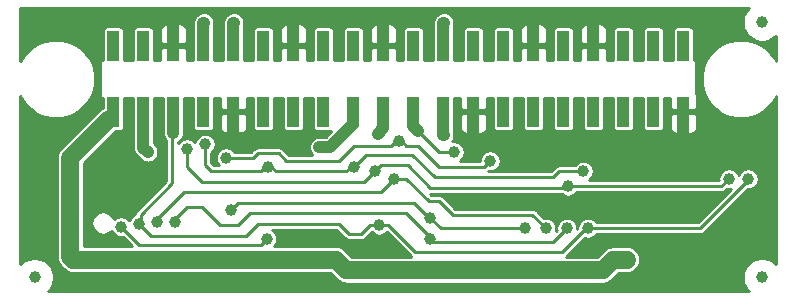
<source format=gbr>
G04 #@! TF.GenerationSoftware,KiCad,Pcbnew,5.1.0-rc2-unknown-036be7d~80~ubuntu16.04.1*
G04 #@! TF.CreationDate,2023-05-24T11:50:45+03:00*
G04 #@! TF.ProjectId,RPI-UEXT-MPQ_Rev_A,5250492d-5545-4585-942d-4d50515f5265,A*
G04 #@! TF.SameCoordinates,Original*
G04 #@! TF.FileFunction,Copper,L2,Bot*
G04 #@! TF.FilePolarity,Positive*
%FSLAX46Y46*%
G04 Gerber Fmt 4.6, Leading zero omitted, Abs format (unit mm)*
G04 Created by KiCad (PCBNEW 5.1.0-rc2-unknown-036be7d~80~ubuntu16.04.1) date 2023-05-24 11:50:45*
%MOMM*%
%LPD*%
G04 APERTURE LIST*
%ADD10R,1.016000X2.540000*%
%ADD11C,1.000000*%
%ADD12C,0.254000*%
%ADD13C,1.016000*%
%ADD14C,0.508000*%
%ADD15C,0.762000*%
%ADD16C,1.524000*%
G04 APERTURE END LIST*
D10*
X131270000Y-62794000D03*
X141430000Y-62794000D03*
X138890000Y-62794000D03*
X138890000Y-57206000D03*
X143970000Y-62794000D03*
X154130000Y-62794000D03*
X151590000Y-62794000D03*
X149050000Y-62794000D03*
X146510000Y-62794000D03*
X141430000Y-57206000D03*
X133810000Y-62794000D03*
X151590000Y-57206000D03*
X154130000Y-57206000D03*
X149050000Y-57206000D03*
X143970000Y-57206000D03*
X146510000Y-57206000D03*
X136350000Y-57206000D03*
X131270000Y-57206000D03*
X133810000Y-57206000D03*
X136350000Y-62794000D03*
X126190000Y-57206000D03*
X128730000Y-57206000D03*
X123650000Y-57206000D03*
X118570000Y-57206000D03*
X121110000Y-57206000D03*
X118570000Y-62794000D03*
X128730000Y-62794000D03*
X126190000Y-62794000D03*
X121110000Y-62794000D03*
X123650000Y-62794000D03*
X116030000Y-57206000D03*
X113490000Y-57206000D03*
X110950000Y-57206000D03*
X108410000Y-57206000D03*
X105870000Y-57206000D03*
X116030000Y-62794000D03*
X113490000Y-62794000D03*
X110950000Y-62794000D03*
X108410000Y-62794000D03*
X105870000Y-62794000D03*
D11*
X99200000Y-76800000D03*
X160800000Y-76800000D03*
X160800000Y-55200000D03*
X144399000Y-69088000D03*
X157988000Y-68453000D03*
X108800000Y-66206000D03*
X112141000Y-65913000D03*
X128016000Y-67818000D03*
X108077000Y-72263000D03*
X146050000Y-72644000D03*
X159639000Y-68453000D03*
X128397000Y-72390000D03*
X110998000Y-55245000D03*
X121158000Y-55245000D03*
X128651000Y-55245000D03*
X141478000Y-55245000D03*
X146558000Y-55245000D03*
X154051000Y-64897000D03*
X139319000Y-65532000D03*
X148463000Y-67818000D03*
X150876000Y-70231000D03*
X153035000Y-74041000D03*
X153035000Y-77216000D03*
X161290000Y-68453000D03*
X161290000Y-63373000D03*
X158496000Y-65532000D03*
X156210000Y-68072000D03*
X104902000Y-66167000D03*
X101854000Y-77089000D03*
X121920000Y-73533000D03*
X120523000Y-65151000D03*
X121920000Y-65151000D03*
X115189000Y-65024000D03*
X116586000Y-65024000D03*
X140716000Y-65532000D03*
X136271000Y-64770000D03*
X136271000Y-66167000D03*
X116840000Y-77089000D03*
X136271000Y-70358000D03*
X137668000Y-70358000D03*
X152527000Y-70231000D03*
X156845000Y-54864000D03*
X150622000Y-54864000D03*
X104521000Y-54864000D03*
X99060000Y-64770000D03*
X99060000Y-74295000D03*
X100457000Y-69469000D03*
X157988000Y-77216000D03*
X145796000Y-65405000D03*
X133858000Y-55245000D03*
X115443000Y-66675000D03*
X130048000Y-65278000D03*
X137795000Y-66929000D03*
X132715000Y-71755000D03*
X140716000Y-72644000D03*
X115824000Y-71120000D03*
X133858000Y-64770000D03*
X109601000Y-72136000D03*
X142494000Y-72644000D03*
X129667000Y-68453000D03*
X128270000Y-64643000D03*
X144272000Y-72644000D03*
X132715000Y-73533000D03*
X111125000Y-72136000D03*
X134747000Y-66167000D03*
X113538000Y-55245000D03*
X106553000Y-72517000D03*
X118872000Y-73533000D03*
X116078000Y-55245000D03*
X126238000Y-67437000D03*
X113665000Y-65532000D03*
X118999000Y-67437000D03*
X145669000Y-67818000D03*
X124714000Y-75311000D03*
X123317000Y-75311000D03*
X149352000Y-75311000D03*
X148209000Y-75311000D03*
X102235000Y-73787000D03*
X102235000Y-75057000D03*
X123317000Y-65786000D03*
D12*
X157353000Y-69088000D02*
X157988000Y-68453000D01*
X144399000Y-69088000D02*
X157353000Y-69088000D01*
D13*
X108410000Y-65816000D02*
X108410000Y-62794000D01*
X108800000Y-66206000D02*
X108410000Y-65816000D01*
D12*
X112141000Y-67437000D02*
X112141000Y-65913000D01*
X113411000Y-68707000D02*
X112141000Y-67437000D01*
X130810000Y-67310000D02*
X132715000Y-69215000D01*
X128524000Y-67310000D02*
X130810000Y-67310000D01*
X128016000Y-67818000D02*
X128524000Y-67310000D01*
X128016000Y-67818000D02*
X127127000Y-68707000D01*
X132715000Y-69215000D02*
X144272000Y-69215000D01*
X144272000Y-69215000D02*
X144399000Y-69088000D01*
X127127000Y-68707000D02*
X113411000Y-68707000D01*
D13*
X110950000Y-62794000D02*
X110950000Y-64564000D01*
D12*
X108204000Y-72136000D02*
X108077000Y-72263000D01*
X110950000Y-64564000D02*
X110871000Y-64643000D01*
X110871000Y-64643000D02*
X110871000Y-68834000D01*
X110871000Y-68834000D02*
X108204000Y-71501000D01*
X108204000Y-71501000D02*
X108204000Y-72136000D01*
X129159000Y-72390000D02*
X131445000Y-74676000D01*
X145923000Y-72644000D02*
X146050000Y-72644000D01*
X128397000Y-72390000D02*
X129159000Y-72390000D01*
X131445000Y-74676000D02*
X143891000Y-74676000D01*
X143891000Y-74676000D02*
X145923000Y-72644000D01*
X117094000Y-73279000D02*
X109093000Y-73279000D01*
X118110000Y-72263000D02*
X117094000Y-73279000D01*
X109093000Y-73279000D02*
X108077000Y-72263000D01*
X124968000Y-72263000D02*
X118110000Y-72263000D01*
X128397000Y-72390000D02*
X127635000Y-72390000D01*
X127635000Y-72390000D02*
X126873000Y-73152000D01*
X126873000Y-73152000D02*
X125857000Y-73152000D01*
X125857000Y-73152000D02*
X124968000Y-72263000D01*
X159639000Y-68580000D02*
X159639000Y-68453000D01*
X155575000Y-72644000D02*
X159639000Y-68580000D01*
X146050000Y-72644000D02*
X155575000Y-72644000D01*
D13*
X110950000Y-55293000D02*
X110998000Y-55245000D01*
X110950000Y-57206000D02*
X110950000Y-55293000D01*
X121110000Y-55293000D02*
X121158000Y-55245000D01*
X121110000Y-57206000D02*
X121110000Y-55293000D01*
X128730000Y-55324000D02*
X128651000Y-55245000D01*
X128730000Y-57206000D02*
X128730000Y-55324000D01*
X141430000Y-55293000D02*
X141478000Y-55245000D01*
X141430000Y-57206000D02*
X141430000Y-55293000D01*
X146510000Y-55293000D02*
X146558000Y-55245000D01*
X146510000Y-57206000D02*
X146510000Y-55293000D01*
X154130000Y-64818000D02*
X154051000Y-64897000D01*
X154130000Y-62794000D02*
X154130000Y-64818000D01*
D14*
X102362000Y-77597000D02*
X101854000Y-77089000D01*
X152654000Y-77597000D02*
X102362000Y-77597000D01*
X153035000Y-77216000D02*
X152654000Y-77597000D01*
D13*
X116586000Y-65024000D02*
X116713000Y-65151000D01*
X116586000Y-65024000D02*
X115189000Y-65024000D01*
X116713000Y-65151000D02*
X120523000Y-65151000D01*
X116030000Y-64945000D02*
X116030000Y-62794000D01*
X115951000Y-65024000D02*
X116030000Y-64945000D01*
X115189000Y-65024000D02*
X115951000Y-65024000D01*
X140716000Y-65532000D02*
X139319000Y-65532000D01*
X136271000Y-64770000D02*
X136350000Y-64691000D01*
X136350000Y-64691000D02*
X136350000Y-62794000D01*
X136271000Y-66167000D02*
X136271000Y-64770000D01*
D15*
X150622000Y-70485000D02*
X150876000Y-70231000D01*
X136398000Y-70485000D02*
X150622000Y-70485000D01*
X136271000Y-70358000D02*
X136398000Y-70485000D01*
D13*
X133810000Y-55293000D02*
X133858000Y-55245000D01*
X133810000Y-57206000D02*
X133810000Y-55293000D01*
D12*
X117729000Y-66675000D02*
X115443000Y-66675000D01*
X119888000Y-66294000D02*
X118110000Y-66294000D01*
X118110000Y-66294000D02*
X117729000Y-66675000D01*
X120523000Y-66929000D02*
X119888000Y-66294000D01*
X130048000Y-65278000D02*
X129794000Y-65278000D01*
X129794000Y-65278000D02*
X129413000Y-65659000D01*
X124968000Y-66929000D02*
X120523000Y-66929000D01*
X129413000Y-65659000D02*
X126238000Y-65659000D01*
X126238000Y-65659000D02*
X124968000Y-66929000D01*
X133477000Y-67437000D02*
X131699000Y-65659000D01*
X137287000Y-67437000D02*
X133477000Y-67437000D01*
X137795000Y-66929000D02*
X137287000Y-67437000D01*
X131699000Y-65659000D02*
X130683000Y-65659000D01*
X130683000Y-65659000D02*
X130302000Y-65278000D01*
X130302000Y-65278000D02*
X130048000Y-65278000D01*
D13*
X133810000Y-64722000D02*
X133858000Y-64770000D01*
X133810000Y-62794000D02*
X133810000Y-64722000D01*
D12*
X132588000Y-71755000D02*
X132715000Y-71755000D01*
X131318000Y-70485000D02*
X132588000Y-71755000D01*
X116459000Y-70485000D02*
X131318000Y-70485000D01*
X115824000Y-71120000D02*
X116459000Y-70485000D01*
X133604000Y-72644000D02*
X132715000Y-71755000D01*
X140716000Y-72644000D02*
X133604000Y-72644000D01*
X109601000Y-71882000D02*
X109601000Y-72136000D01*
X129667000Y-68453000D02*
X128524000Y-69596000D01*
X111887000Y-69596000D02*
X109601000Y-71882000D01*
X128524000Y-69596000D02*
X111887000Y-69596000D01*
D13*
X128730000Y-64183000D02*
X128730000Y-62794000D01*
X128270000Y-64643000D02*
X128730000Y-64183000D01*
D12*
X141351000Y-71501000D02*
X142494000Y-72644000D01*
X129667000Y-68453000D02*
X130683000Y-68453000D01*
X130683000Y-68453000D02*
X132588000Y-70358000D01*
X132588000Y-70358000D02*
X133477000Y-70358000D01*
X134620000Y-71501000D02*
X141351000Y-71501000D01*
X133477000Y-70358000D02*
X134620000Y-71501000D01*
X132969000Y-73787000D02*
X143129000Y-73787000D01*
X143129000Y-73787000D02*
X144272000Y-72644000D01*
X132715000Y-73533000D02*
X132969000Y-73787000D01*
D13*
X131270000Y-63960000D02*
X131270000Y-62794000D01*
X131699000Y-64389000D02*
X131270000Y-63960000D01*
D12*
X133477000Y-66167000D02*
X131699000Y-64389000D01*
X134747000Y-66167000D02*
X133477000Y-66167000D01*
X117475000Y-71374000D02*
X130683000Y-71374000D01*
X116459000Y-72390000D02*
X117475000Y-71374000D01*
X130683000Y-71374000D02*
X132715000Y-73406000D01*
X114935000Y-72390000D02*
X116459000Y-72390000D01*
X132715000Y-73406000D02*
X132715000Y-73533000D01*
X111125000Y-72136000D02*
X111125000Y-71882000D01*
X111125000Y-71882000D02*
X112141000Y-70866000D01*
X112141000Y-70866000D02*
X113411000Y-70866000D01*
X113411000Y-70866000D02*
X114935000Y-72390000D01*
D13*
X113490000Y-55293000D02*
X113538000Y-55245000D01*
X113490000Y-57206000D02*
X113490000Y-55293000D01*
D12*
X108077000Y-74041000D02*
X106553000Y-72517000D01*
X118872000Y-73533000D02*
X118364000Y-74041000D01*
X118364000Y-74041000D02*
X108077000Y-74041000D01*
D13*
X116030000Y-55293000D02*
X116078000Y-55245000D01*
X116030000Y-57206000D02*
X116030000Y-55293000D01*
D12*
X113665000Y-67310000D02*
X113665000Y-65532000D01*
X118999000Y-67437000D02*
X118745000Y-67437000D01*
X114173000Y-67818000D02*
X113665000Y-67310000D01*
X118745000Y-67437000D02*
X118364000Y-67818000D01*
X118364000Y-67818000D02*
X114173000Y-67818000D01*
X125984000Y-67437000D02*
X126238000Y-67437000D01*
X118999000Y-67437000D02*
X119253000Y-67437000D01*
X119253000Y-67437000D02*
X119634000Y-67818000D01*
X125603000Y-67818000D02*
X125984000Y-67437000D01*
X119634000Y-67818000D02*
X125603000Y-67818000D01*
X127254000Y-66421000D02*
X126238000Y-67437000D01*
X143129000Y-68326000D02*
X133096000Y-68326000D01*
X143637000Y-67818000D02*
X143129000Y-68326000D01*
X131191000Y-66421000D02*
X127254000Y-66421000D01*
X133096000Y-68326000D02*
X131191000Y-66421000D01*
X145669000Y-67818000D02*
X143637000Y-67818000D01*
D16*
X148209000Y-75311000D02*
X149352000Y-75311000D01*
X123317000Y-75311000D02*
X124714000Y-75311000D01*
X147320000Y-76200000D02*
X148209000Y-75311000D01*
X125603000Y-76200000D02*
X147320000Y-76200000D01*
X124714000Y-75311000D02*
X125603000Y-76200000D01*
X102235000Y-75057000D02*
X102489000Y-75311000D01*
X102489000Y-75311000D02*
X123317000Y-75311000D01*
X102235000Y-75057000D02*
X102235000Y-73787000D01*
D13*
X105870000Y-62794000D02*
X105870000Y-63040000D01*
X105870000Y-63040000D02*
X105410000Y-63500000D01*
D16*
X102235000Y-66675000D02*
X102235000Y-73787000D01*
X105410000Y-63500000D02*
X102235000Y-66675000D01*
D13*
X126190000Y-63802000D02*
X126190000Y-62794000D01*
X124206000Y-65786000D02*
X126190000Y-63802000D01*
X123317000Y-65786000D02*
X124206000Y-65786000D01*
D12*
G36*
X159523798Y-54152648D02*
G01*
X159343992Y-54421748D01*
X159220139Y-54720755D01*
X159157000Y-55038179D01*
X159157000Y-55361821D01*
X159220139Y-55679245D01*
X159343992Y-55978252D01*
X159523798Y-56247352D01*
X159752648Y-56476202D01*
X160021748Y-56656008D01*
X160320755Y-56779861D01*
X160638179Y-56843000D01*
X160961821Y-56843000D01*
X161279245Y-56779861D01*
X161578252Y-56656008D01*
X161847352Y-56476202D01*
X161992000Y-56331554D01*
X161992000Y-58529458D01*
X161948349Y-58424075D01*
X161584250Y-57879161D01*
X161120839Y-57415750D01*
X160575925Y-57051651D01*
X159970450Y-56800855D01*
X159327681Y-56673000D01*
X158672319Y-56673000D01*
X158029550Y-56800855D01*
X157424075Y-57051651D01*
X156879161Y-57415750D01*
X156415750Y-57879161D01*
X156051651Y-58424075D01*
X155800855Y-59029550D01*
X155673000Y-59672319D01*
X155673000Y-60327681D01*
X155800855Y-60970450D01*
X156051651Y-61575925D01*
X156415750Y-62120839D01*
X156879161Y-62584250D01*
X157424075Y-62948349D01*
X158029550Y-63199145D01*
X158672319Y-63327000D01*
X159327681Y-63327000D01*
X159970450Y-63199145D01*
X160575925Y-62948349D01*
X161120839Y-62584250D01*
X161584250Y-62120839D01*
X161948349Y-61575925D01*
X161992000Y-61470542D01*
X161992001Y-75668447D01*
X161847352Y-75523798D01*
X161578252Y-75343992D01*
X161279245Y-75220139D01*
X160961821Y-75157000D01*
X160638179Y-75157000D01*
X160320755Y-75220139D01*
X160021748Y-75343992D01*
X159752648Y-75523798D01*
X159523798Y-75752648D01*
X159343992Y-76021748D01*
X159220139Y-76320755D01*
X159157000Y-76638179D01*
X159157000Y-76961821D01*
X159220139Y-77279245D01*
X159343992Y-77578252D01*
X159523798Y-77847352D01*
X159668446Y-77992000D01*
X100331554Y-77992000D01*
X100476202Y-77847352D01*
X100656008Y-77578252D01*
X100779861Y-77279245D01*
X100843000Y-76961821D01*
X100843000Y-76638179D01*
X100779861Y-76320755D01*
X100656008Y-76021748D01*
X100476202Y-75752648D01*
X100247352Y-75523798D01*
X99978252Y-75343992D01*
X99679245Y-75220139D01*
X99361821Y-75157000D01*
X99038179Y-75157000D01*
X98720755Y-75220139D01*
X98421748Y-75343992D01*
X98152648Y-75523798D01*
X98008000Y-75668446D01*
X98008000Y-66675000D01*
X101086471Y-66675000D01*
X101092000Y-66731139D01*
X101092001Y-73730844D01*
X101092000Y-73730854D01*
X101092000Y-75000861D01*
X101086471Y-75057000D01*
X101092000Y-75113139D01*
X101092000Y-75113145D01*
X101108539Y-75281066D01*
X101173897Y-75496522D01*
X101280032Y-75695088D01*
X101422867Y-75869133D01*
X101466481Y-75904926D01*
X101641075Y-76079521D01*
X101676867Y-76123133D01*
X101850911Y-76265968D01*
X102049477Y-76372103D01*
X102214786Y-76422249D01*
X102264932Y-76437461D01*
X102287600Y-76439694D01*
X102432854Y-76454000D01*
X102432860Y-76454000D01*
X102488999Y-76459529D01*
X102545138Y-76454000D01*
X124240555Y-76454000D01*
X124755077Y-76968523D01*
X124790867Y-77012133D01*
X124964911Y-77154968D01*
X125163477Y-77261103D01*
X125313574Y-77306635D01*
X125378932Y-77326461D01*
X125399517Y-77328488D01*
X125546854Y-77343000D01*
X125546861Y-77343000D01*
X125603000Y-77348529D01*
X125659139Y-77343000D01*
X147263861Y-77343000D01*
X147320000Y-77348529D01*
X147376139Y-77343000D01*
X147376146Y-77343000D01*
X147544067Y-77326461D01*
X147759523Y-77261103D01*
X147958089Y-77154968D01*
X148132133Y-77012133D01*
X148167927Y-76968518D01*
X148682446Y-76454000D01*
X149408146Y-76454000D01*
X149576067Y-76437461D01*
X149791523Y-76372103D01*
X149990089Y-76265968D01*
X150164133Y-76123133D01*
X150306968Y-75949089D01*
X150413103Y-75750523D01*
X150478461Y-75535067D01*
X150500530Y-75311000D01*
X150478461Y-75086933D01*
X150413103Y-74871477D01*
X150306968Y-74672911D01*
X150164133Y-74498867D01*
X149990089Y-74356032D01*
X149791523Y-74249897D01*
X149576067Y-74184539D01*
X149408146Y-74168000D01*
X148265139Y-74168000D01*
X148209000Y-74162471D01*
X148152861Y-74168000D01*
X148152854Y-74168000D01*
X148005517Y-74182512D01*
X147984932Y-74184539D01*
X147919757Y-74204310D01*
X147769477Y-74249897D01*
X147570911Y-74356032D01*
X147396867Y-74498867D01*
X147361077Y-74542477D01*
X146846555Y-75057000D01*
X144227514Y-75057000D01*
X144251948Y-75036948D01*
X144267855Y-75017565D01*
X145794069Y-73491352D01*
X145963229Y-73525000D01*
X146136771Y-73525000D01*
X146306978Y-73491144D01*
X146467310Y-73424732D01*
X146611605Y-73328318D01*
X146734318Y-73205605D01*
X146770135Y-73152000D01*
X155550056Y-73152000D01*
X155575000Y-73154457D01*
X155599944Y-73152000D01*
X155599947Y-73152000D01*
X155674585Y-73144649D01*
X155770343Y-73115601D01*
X155858595Y-73068429D01*
X155935948Y-73004948D01*
X155951855Y-72985565D01*
X159603420Y-69334000D01*
X159725771Y-69334000D01*
X159895978Y-69300144D01*
X160056310Y-69233732D01*
X160200605Y-69137318D01*
X160323318Y-69014605D01*
X160419732Y-68870310D01*
X160486144Y-68709978D01*
X160520000Y-68539771D01*
X160520000Y-68366229D01*
X160486144Y-68196022D01*
X160419732Y-68035690D01*
X160323318Y-67891395D01*
X160200605Y-67768682D01*
X160056310Y-67672268D01*
X159895978Y-67605856D01*
X159725771Y-67572000D01*
X159552229Y-67572000D01*
X159382022Y-67605856D01*
X159221690Y-67672268D01*
X159077395Y-67768682D01*
X158954682Y-67891395D01*
X158858268Y-68035690D01*
X158813500Y-68143769D01*
X158768732Y-68035690D01*
X158672318Y-67891395D01*
X158549605Y-67768682D01*
X158405310Y-67672268D01*
X158244978Y-67605856D01*
X158074771Y-67572000D01*
X157901229Y-67572000D01*
X157731022Y-67605856D01*
X157570690Y-67672268D01*
X157426395Y-67768682D01*
X157303682Y-67891395D01*
X157207268Y-68035690D01*
X157140856Y-68196022D01*
X157107000Y-68366229D01*
X157107000Y-68539771D01*
X157115002Y-68580000D01*
X146114345Y-68580000D01*
X146230605Y-68502318D01*
X146353318Y-68379605D01*
X146449732Y-68235310D01*
X146516144Y-68074978D01*
X146550000Y-67904771D01*
X146550000Y-67731229D01*
X146516144Y-67561022D01*
X146449732Y-67400690D01*
X146353318Y-67256395D01*
X146230605Y-67133682D01*
X146086310Y-67037268D01*
X145925978Y-66970856D01*
X145755771Y-66937000D01*
X145582229Y-66937000D01*
X145412022Y-66970856D01*
X145251690Y-67037268D01*
X145107395Y-67133682D01*
X144984682Y-67256395D01*
X144948865Y-67310000D01*
X143661943Y-67310000D01*
X143636999Y-67307543D01*
X143612055Y-67310000D01*
X143612053Y-67310000D01*
X143537415Y-67317351D01*
X143441657Y-67346399D01*
X143441655Y-67346400D01*
X143353404Y-67393571D01*
X143333890Y-67409586D01*
X143276052Y-67457052D01*
X143260150Y-67476429D01*
X142918580Y-67818000D01*
X137623514Y-67818000D01*
X137647888Y-67797997D01*
X137708229Y-67810000D01*
X137881771Y-67810000D01*
X138051978Y-67776144D01*
X138212310Y-67709732D01*
X138356605Y-67613318D01*
X138479318Y-67490605D01*
X138575732Y-67346310D01*
X138642144Y-67185978D01*
X138676000Y-67015771D01*
X138676000Y-66842229D01*
X138642144Y-66672022D01*
X138575732Y-66511690D01*
X138479318Y-66367395D01*
X138356605Y-66244682D01*
X138212310Y-66148268D01*
X138051978Y-66081856D01*
X137881771Y-66048000D01*
X137708229Y-66048000D01*
X137538022Y-66081856D01*
X137377690Y-66148268D01*
X137233395Y-66244682D01*
X137110682Y-66367395D01*
X137014268Y-66511690D01*
X136947856Y-66672022D01*
X136914000Y-66842229D01*
X136914000Y-66929000D01*
X135192345Y-66929000D01*
X135308605Y-66851318D01*
X135431318Y-66728605D01*
X135527732Y-66584310D01*
X135594144Y-66423978D01*
X135628000Y-66253771D01*
X135628000Y-66080229D01*
X135594144Y-65910022D01*
X135527732Y-65749690D01*
X135431318Y-65605395D01*
X135308605Y-65482682D01*
X135164310Y-65386268D01*
X135003978Y-65319856D01*
X134833771Y-65286000D01*
X134660229Y-65286000D01*
X134569818Y-65303984D01*
X134600751Y-65266291D01*
X134683302Y-65111852D01*
X134734136Y-64944274D01*
X134751300Y-64769999D01*
X134734136Y-64595725D01*
X134699000Y-64479897D01*
X134699000Y-64082713D01*
X134700843Y-64064000D01*
X134700843Y-63079750D01*
X135207000Y-63079750D01*
X135207000Y-64126542D01*
X135231403Y-64249223D01*
X135279270Y-64364785D01*
X135348763Y-64468789D01*
X135437211Y-64557237D01*
X135541215Y-64626730D01*
X135656777Y-64674597D01*
X135779458Y-64699000D01*
X136064250Y-64699000D01*
X136223000Y-64540250D01*
X136223000Y-62921000D01*
X136477000Y-62921000D01*
X136477000Y-64540250D01*
X136635750Y-64699000D01*
X136920542Y-64699000D01*
X137043223Y-64674597D01*
X137158785Y-64626730D01*
X137262789Y-64557237D01*
X137351237Y-64468789D01*
X137420730Y-64364785D01*
X137468597Y-64249223D01*
X137493000Y-64126542D01*
X137493000Y-63079750D01*
X137334250Y-62921000D01*
X136477000Y-62921000D01*
X136223000Y-62921000D01*
X135365750Y-62921000D01*
X135207000Y-63079750D01*
X134700843Y-63079750D01*
X134700843Y-61595000D01*
X135207000Y-61595000D01*
X135207000Y-62508250D01*
X135365750Y-62667000D01*
X136223000Y-62667000D01*
X136223000Y-62647000D01*
X136477000Y-62647000D01*
X136477000Y-62667000D01*
X137334250Y-62667000D01*
X137493000Y-62508250D01*
X137493000Y-61595000D01*
X137999157Y-61595000D01*
X137999157Y-64064000D01*
X138006513Y-64138689D01*
X138028299Y-64210508D01*
X138063678Y-64276696D01*
X138111289Y-64334711D01*
X138169304Y-64382322D01*
X138235492Y-64417701D01*
X138307311Y-64439487D01*
X138382000Y-64446843D01*
X139398000Y-64446843D01*
X139472689Y-64439487D01*
X139544508Y-64417701D01*
X139610696Y-64382322D01*
X139668711Y-64334711D01*
X139716322Y-64276696D01*
X139751701Y-64210508D01*
X139773487Y-64138689D01*
X139780843Y-64064000D01*
X139780843Y-61595000D01*
X140539157Y-61595000D01*
X140539157Y-64064000D01*
X140546513Y-64138689D01*
X140568299Y-64210508D01*
X140603678Y-64276696D01*
X140651289Y-64334711D01*
X140709304Y-64382322D01*
X140775492Y-64417701D01*
X140847311Y-64439487D01*
X140922000Y-64446843D01*
X141938000Y-64446843D01*
X142012689Y-64439487D01*
X142084508Y-64417701D01*
X142150696Y-64382322D01*
X142208711Y-64334711D01*
X142256322Y-64276696D01*
X142291701Y-64210508D01*
X142313487Y-64138689D01*
X142320843Y-64064000D01*
X142320843Y-61595000D01*
X143079157Y-61595000D01*
X143079157Y-64064000D01*
X143086513Y-64138689D01*
X143108299Y-64210508D01*
X143143678Y-64276696D01*
X143191289Y-64334711D01*
X143249304Y-64382322D01*
X143315492Y-64417701D01*
X143387311Y-64439487D01*
X143462000Y-64446843D01*
X144478000Y-64446843D01*
X144552689Y-64439487D01*
X144624508Y-64417701D01*
X144690696Y-64382322D01*
X144748711Y-64334711D01*
X144796322Y-64276696D01*
X144831701Y-64210508D01*
X144853487Y-64138689D01*
X144860843Y-64064000D01*
X144860843Y-61595000D01*
X145619157Y-61595000D01*
X145619157Y-64064000D01*
X145626513Y-64138689D01*
X145648299Y-64210508D01*
X145683678Y-64276696D01*
X145731289Y-64334711D01*
X145789304Y-64382322D01*
X145855492Y-64417701D01*
X145927311Y-64439487D01*
X146002000Y-64446843D01*
X147018000Y-64446843D01*
X147092689Y-64439487D01*
X147164508Y-64417701D01*
X147230696Y-64382322D01*
X147288711Y-64334711D01*
X147336322Y-64276696D01*
X147371701Y-64210508D01*
X147393487Y-64138689D01*
X147400843Y-64064000D01*
X147400843Y-61595000D01*
X148159157Y-61595000D01*
X148159157Y-64064000D01*
X148166513Y-64138689D01*
X148188299Y-64210508D01*
X148223678Y-64276696D01*
X148271289Y-64334711D01*
X148329304Y-64382322D01*
X148395492Y-64417701D01*
X148467311Y-64439487D01*
X148542000Y-64446843D01*
X149558000Y-64446843D01*
X149632689Y-64439487D01*
X149704508Y-64417701D01*
X149770696Y-64382322D01*
X149828711Y-64334711D01*
X149876322Y-64276696D01*
X149911701Y-64210508D01*
X149933487Y-64138689D01*
X149940843Y-64064000D01*
X149940843Y-61595000D01*
X150699157Y-61595000D01*
X150699157Y-64064000D01*
X150706513Y-64138689D01*
X150728299Y-64210508D01*
X150763678Y-64276696D01*
X150811289Y-64334711D01*
X150869304Y-64382322D01*
X150935492Y-64417701D01*
X151007311Y-64439487D01*
X151082000Y-64446843D01*
X152098000Y-64446843D01*
X152172689Y-64439487D01*
X152244508Y-64417701D01*
X152310696Y-64382322D01*
X152368711Y-64334711D01*
X152416322Y-64276696D01*
X152451701Y-64210508D01*
X152473487Y-64138689D01*
X152480843Y-64064000D01*
X152480843Y-63079750D01*
X152987000Y-63079750D01*
X152987000Y-64126542D01*
X153011403Y-64249223D01*
X153059270Y-64364785D01*
X153128763Y-64468789D01*
X153217211Y-64557237D01*
X153321215Y-64626730D01*
X153436777Y-64674597D01*
X153559458Y-64699000D01*
X153844250Y-64699000D01*
X154003000Y-64540250D01*
X154003000Y-62921000D01*
X154257000Y-62921000D01*
X154257000Y-64540250D01*
X154415750Y-64699000D01*
X154700542Y-64699000D01*
X154823223Y-64674597D01*
X154938785Y-64626730D01*
X155042789Y-64557237D01*
X155131237Y-64468789D01*
X155200730Y-64364785D01*
X155248597Y-64249223D01*
X155273000Y-64126542D01*
X155273000Y-63079750D01*
X155114250Y-62921000D01*
X154257000Y-62921000D01*
X154003000Y-62921000D01*
X153145750Y-62921000D01*
X152987000Y-63079750D01*
X152480843Y-63079750D01*
X152480843Y-61595000D01*
X152987000Y-61595000D01*
X152987000Y-62508250D01*
X153145750Y-62667000D01*
X154003000Y-62667000D01*
X154003000Y-62647000D01*
X154257000Y-62647000D01*
X154257000Y-62667000D01*
X155114250Y-62667000D01*
X155273000Y-62508250D01*
X155273000Y-61461458D01*
X155248597Y-61338777D01*
X155200730Y-61223215D01*
X155194000Y-61213143D01*
X155194000Y-58547000D01*
X155191560Y-58522224D01*
X155184333Y-58498399D01*
X155172597Y-58476443D01*
X155156803Y-58457197D01*
X155137557Y-58441403D01*
X155115601Y-58429667D01*
X155091776Y-58422440D01*
X155067000Y-58420000D01*
X155020843Y-58420000D01*
X155020843Y-55936000D01*
X155013487Y-55861311D01*
X154991701Y-55789492D01*
X154956322Y-55723304D01*
X154908711Y-55665289D01*
X154850696Y-55617678D01*
X154784508Y-55582299D01*
X154712689Y-55560513D01*
X154638000Y-55553157D01*
X153622000Y-55553157D01*
X153547311Y-55560513D01*
X153475492Y-55582299D01*
X153409304Y-55617678D01*
X153351289Y-55665289D01*
X153303678Y-55723304D01*
X153268299Y-55789492D01*
X153246513Y-55861311D01*
X153239157Y-55936000D01*
X153239157Y-58420000D01*
X152480843Y-58420000D01*
X152480843Y-55936000D01*
X152473487Y-55861311D01*
X152451701Y-55789492D01*
X152416322Y-55723304D01*
X152368711Y-55665289D01*
X152310696Y-55617678D01*
X152244508Y-55582299D01*
X152172689Y-55560513D01*
X152098000Y-55553157D01*
X151082000Y-55553157D01*
X151007311Y-55560513D01*
X150935492Y-55582299D01*
X150869304Y-55617678D01*
X150811289Y-55665289D01*
X150763678Y-55723304D01*
X150728299Y-55789492D01*
X150706513Y-55861311D01*
X150699157Y-55936000D01*
X150699157Y-58420000D01*
X149940843Y-58420000D01*
X149940843Y-55936000D01*
X149933487Y-55861311D01*
X149911701Y-55789492D01*
X149876322Y-55723304D01*
X149828711Y-55665289D01*
X149770696Y-55617678D01*
X149704508Y-55582299D01*
X149632689Y-55560513D01*
X149558000Y-55553157D01*
X148542000Y-55553157D01*
X148467311Y-55560513D01*
X148395492Y-55582299D01*
X148329304Y-55617678D01*
X148271289Y-55665289D01*
X148223678Y-55723304D01*
X148188299Y-55789492D01*
X148166513Y-55861311D01*
X148159157Y-55936000D01*
X148159157Y-58420000D01*
X147653000Y-58420000D01*
X147653000Y-57491750D01*
X147494250Y-57333000D01*
X146637000Y-57333000D01*
X146637000Y-57353000D01*
X146383000Y-57353000D01*
X146383000Y-57333000D01*
X145525750Y-57333000D01*
X145367000Y-57491750D01*
X145367000Y-58420000D01*
X144860843Y-58420000D01*
X144860843Y-55936000D01*
X144854684Y-55873458D01*
X145367000Y-55873458D01*
X145367000Y-56920250D01*
X145525750Y-57079000D01*
X146383000Y-57079000D01*
X146383000Y-55459750D01*
X146637000Y-55459750D01*
X146637000Y-57079000D01*
X147494250Y-57079000D01*
X147653000Y-56920250D01*
X147653000Y-55873458D01*
X147628597Y-55750777D01*
X147580730Y-55635215D01*
X147511237Y-55531211D01*
X147422789Y-55442763D01*
X147318785Y-55373270D01*
X147203223Y-55325403D01*
X147080542Y-55301000D01*
X146795750Y-55301000D01*
X146637000Y-55459750D01*
X146383000Y-55459750D01*
X146224250Y-55301000D01*
X145939458Y-55301000D01*
X145816777Y-55325403D01*
X145701215Y-55373270D01*
X145597211Y-55442763D01*
X145508763Y-55531211D01*
X145439270Y-55635215D01*
X145391403Y-55750777D01*
X145367000Y-55873458D01*
X144854684Y-55873458D01*
X144853487Y-55861311D01*
X144831701Y-55789492D01*
X144796322Y-55723304D01*
X144748711Y-55665289D01*
X144690696Y-55617678D01*
X144624508Y-55582299D01*
X144552689Y-55560513D01*
X144478000Y-55553157D01*
X143462000Y-55553157D01*
X143387311Y-55560513D01*
X143315492Y-55582299D01*
X143249304Y-55617678D01*
X143191289Y-55665289D01*
X143143678Y-55723304D01*
X143108299Y-55789492D01*
X143086513Y-55861311D01*
X143079157Y-55936000D01*
X143079157Y-58420000D01*
X142573000Y-58420000D01*
X142573000Y-57491750D01*
X142414250Y-57333000D01*
X141557000Y-57333000D01*
X141557000Y-57353000D01*
X141303000Y-57353000D01*
X141303000Y-57333000D01*
X140445750Y-57333000D01*
X140287000Y-57491750D01*
X140287000Y-58420000D01*
X139780843Y-58420000D01*
X139780843Y-55936000D01*
X139774684Y-55873458D01*
X140287000Y-55873458D01*
X140287000Y-56920250D01*
X140445750Y-57079000D01*
X141303000Y-57079000D01*
X141303000Y-55459750D01*
X141557000Y-55459750D01*
X141557000Y-57079000D01*
X142414250Y-57079000D01*
X142573000Y-56920250D01*
X142573000Y-55873458D01*
X142548597Y-55750777D01*
X142500730Y-55635215D01*
X142431237Y-55531211D01*
X142342789Y-55442763D01*
X142238785Y-55373270D01*
X142123223Y-55325403D01*
X142000542Y-55301000D01*
X141715750Y-55301000D01*
X141557000Y-55459750D01*
X141303000Y-55459750D01*
X141144250Y-55301000D01*
X140859458Y-55301000D01*
X140736777Y-55325403D01*
X140621215Y-55373270D01*
X140517211Y-55442763D01*
X140428763Y-55531211D01*
X140359270Y-55635215D01*
X140311403Y-55750777D01*
X140287000Y-55873458D01*
X139774684Y-55873458D01*
X139773487Y-55861311D01*
X139751701Y-55789492D01*
X139716322Y-55723304D01*
X139668711Y-55665289D01*
X139610696Y-55617678D01*
X139544508Y-55582299D01*
X139472689Y-55560513D01*
X139398000Y-55553157D01*
X138382000Y-55553157D01*
X138307311Y-55560513D01*
X138235492Y-55582299D01*
X138169304Y-55617678D01*
X138111289Y-55665289D01*
X138063678Y-55723304D01*
X138028299Y-55789492D01*
X138006513Y-55861311D01*
X137999157Y-55936000D01*
X137999157Y-58420000D01*
X137240843Y-58420000D01*
X137240843Y-55936000D01*
X137233487Y-55861311D01*
X137211701Y-55789492D01*
X137176322Y-55723304D01*
X137128711Y-55665289D01*
X137070696Y-55617678D01*
X137004508Y-55582299D01*
X136932689Y-55560513D01*
X136858000Y-55553157D01*
X135842000Y-55553157D01*
X135767311Y-55560513D01*
X135695492Y-55582299D01*
X135629304Y-55617678D01*
X135571289Y-55665289D01*
X135523678Y-55723304D01*
X135488299Y-55789492D01*
X135466513Y-55861311D01*
X135459157Y-55936000D01*
X135459157Y-58420000D01*
X134700843Y-58420000D01*
X134700843Y-55936000D01*
X134699000Y-55917287D01*
X134699000Y-55535103D01*
X134734136Y-55419275D01*
X134751300Y-55245001D01*
X134734136Y-55070726D01*
X134683302Y-54903148D01*
X134600751Y-54748709D01*
X134489659Y-54613341D01*
X134354291Y-54502249D01*
X134199852Y-54419698D01*
X134032274Y-54368864D01*
X133857999Y-54351700D01*
X133683725Y-54368864D01*
X133516148Y-54419698D01*
X133361709Y-54502249D01*
X133260260Y-54585506D01*
X133212262Y-54633503D01*
X133178342Y-54661341D01*
X133150507Y-54695258D01*
X133150505Y-54695260D01*
X133067248Y-54796709D01*
X132984698Y-54951148D01*
X132933864Y-55118726D01*
X132916700Y-55293000D01*
X132921001Y-55336670D01*
X132921001Y-55917280D01*
X132919157Y-55936000D01*
X132919157Y-58420000D01*
X132160843Y-58420000D01*
X132160843Y-55936000D01*
X132153487Y-55861311D01*
X132131701Y-55789492D01*
X132096322Y-55723304D01*
X132048711Y-55665289D01*
X131990696Y-55617678D01*
X131924508Y-55582299D01*
X131852689Y-55560513D01*
X131778000Y-55553157D01*
X130762000Y-55553157D01*
X130687311Y-55560513D01*
X130615492Y-55582299D01*
X130549304Y-55617678D01*
X130491289Y-55665289D01*
X130443678Y-55723304D01*
X130408299Y-55789492D01*
X130386513Y-55861311D01*
X130379157Y-55936000D01*
X130379157Y-58420000D01*
X129873000Y-58420000D01*
X129873000Y-57491750D01*
X129714250Y-57333000D01*
X128857000Y-57333000D01*
X128857000Y-57353000D01*
X128603000Y-57353000D01*
X128603000Y-57333000D01*
X127745750Y-57333000D01*
X127587000Y-57491750D01*
X127587000Y-58420000D01*
X127080843Y-58420000D01*
X127080843Y-55936000D01*
X127074684Y-55873458D01*
X127587000Y-55873458D01*
X127587000Y-56920250D01*
X127745750Y-57079000D01*
X128603000Y-57079000D01*
X128603000Y-55459750D01*
X128857000Y-55459750D01*
X128857000Y-57079000D01*
X129714250Y-57079000D01*
X129873000Y-56920250D01*
X129873000Y-55873458D01*
X129848597Y-55750777D01*
X129800730Y-55635215D01*
X129731237Y-55531211D01*
X129642789Y-55442763D01*
X129538785Y-55373270D01*
X129423223Y-55325403D01*
X129300542Y-55301000D01*
X129015750Y-55301000D01*
X128857000Y-55459750D01*
X128603000Y-55459750D01*
X128444250Y-55301000D01*
X128159458Y-55301000D01*
X128036777Y-55325403D01*
X127921215Y-55373270D01*
X127817211Y-55442763D01*
X127728763Y-55531211D01*
X127659270Y-55635215D01*
X127611403Y-55750777D01*
X127587000Y-55873458D01*
X127074684Y-55873458D01*
X127073487Y-55861311D01*
X127051701Y-55789492D01*
X127016322Y-55723304D01*
X126968711Y-55665289D01*
X126910696Y-55617678D01*
X126844508Y-55582299D01*
X126772689Y-55560513D01*
X126698000Y-55553157D01*
X125682000Y-55553157D01*
X125607311Y-55560513D01*
X125535492Y-55582299D01*
X125469304Y-55617678D01*
X125411289Y-55665289D01*
X125363678Y-55723304D01*
X125328299Y-55789492D01*
X125306513Y-55861311D01*
X125299157Y-55936000D01*
X125299157Y-58420000D01*
X124540843Y-58420000D01*
X124540843Y-55936000D01*
X124533487Y-55861311D01*
X124511701Y-55789492D01*
X124476322Y-55723304D01*
X124428711Y-55665289D01*
X124370696Y-55617678D01*
X124304508Y-55582299D01*
X124232689Y-55560513D01*
X124158000Y-55553157D01*
X123142000Y-55553157D01*
X123067311Y-55560513D01*
X122995492Y-55582299D01*
X122929304Y-55617678D01*
X122871289Y-55665289D01*
X122823678Y-55723304D01*
X122788299Y-55789492D01*
X122766513Y-55861311D01*
X122759157Y-55936000D01*
X122759157Y-58420000D01*
X122253000Y-58420000D01*
X122253000Y-57491750D01*
X122094250Y-57333000D01*
X121237000Y-57333000D01*
X121237000Y-57353000D01*
X120983000Y-57353000D01*
X120983000Y-57333000D01*
X120125750Y-57333000D01*
X119967000Y-57491750D01*
X119967000Y-58420000D01*
X119460843Y-58420000D01*
X119460843Y-55936000D01*
X119454684Y-55873458D01*
X119967000Y-55873458D01*
X119967000Y-56920250D01*
X120125750Y-57079000D01*
X120983000Y-57079000D01*
X120983000Y-55459750D01*
X121237000Y-55459750D01*
X121237000Y-57079000D01*
X122094250Y-57079000D01*
X122253000Y-56920250D01*
X122253000Y-55873458D01*
X122228597Y-55750777D01*
X122180730Y-55635215D01*
X122111237Y-55531211D01*
X122022789Y-55442763D01*
X121918785Y-55373270D01*
X121803223Y-55325403D01*
X121680542Y-55301000D01*
X121395750Y-55301000D01*
X121237000Y-55459750D01*
X120983000Y-55459750D01*
X120824250Y-55301000D01*
X120539458Y-55301000D01*
X120416777Y-55325403D01*
X120301215Y-55373270D01*
X120197211Y-55442763D01*
X120108763Y-55531211D01*
X120039270Y-55635215D01*
X119991403Y-55750777D01*
X119967000Y-55873458D01*
X119454684Y-55873458D01*
X119453487Y-55861311D01*
X119431701Y-55789492D01*
X119396322Y-55723304D01*
X119348711Y-55665289D01*
X119290696Y-55617678D01*
X119224508Y-55582299D01*
X119152689Y-55560513D01*
X119078000Y-55553157D01*
X118062000Y-55553157D01*
X117987311Y-55560513D01*
X117915492Y-55582299D01*
X117849304Y-55617678D01*
X117791289Y-55665289D01*
X117743678Y-55723304D01*
X117708299Y-55789492D01*
X117686513Y-55861311D01*
X117679157Y-55936000D01*
X117679157Y-58420000D01*
X116920843Y-58420000D01*
X116920843Y-55936000D01*
X116919000Y-55917287D01*
X116919000Y-55535103D01*
X116954136Y-55419275D01*
X116971300Y-55245001D01*
X116954136Y-55070726D01*
X116903302Y-54903148D01*
X116820751Y-54748709D01*
X116709659Y-54613341D01*
X116574291Y-54502249D01*
X116419852Y-54419698D01*
X116252274Y-54368864D01*
X116077999Y-54351700D01*
X115903725Y-54368864D01*
X115736148Y-54419698D01*
X115581709Y-54502249D01*
X115480260Y-54585506D01*
X115432262Y-54633503D01*
X115398342Y-54661341D01*
X115370507Y-54695258D01*
X115370505Y-54695260D01*
X115287248Y-54796709D01*
X115204698Y-54951148D01*
X115153864Y-55118726D01*
X115136700Y-55293000D01*
X115141001Y-55336670D01*
X115141001Y-55917280D01*
X115139157Y-55936000D01*
X115139157Y-58420000D01*
X114380843Y-58420000D01*
X114380843Y-55936000D01*
X114379000Y-55917287D01*
X114379000Y-55535103D01*
X114414136Y-55419275D01*
X114431300Y-55245001D01*
X114414136Y-55070726D01*
X114363302Y-54903148D01*
X114280751Y-54748709D01*
X114169659Y-54613341D01*
X114034291Y-54502249D01*
X113879852Y-54419698D01*
X113712274Y-54368864D01*
X113537999Y-54351700D01*
X113363725Y-54368864D01*
X113196148Y-54419698D01*
X113041709Y-54502249D01*
X112940260Y-54585506D01*
X112892262Y-54633503D01*
X112858342Y-54661341D01*
X112830507Y-54695258D01*
X112830505Y-54695260D01*
X112747248Y-54796709D01*
X112664698Y-54951148D01*
X112613864Y-55118726D01*
X112596700Y-55293000D01*
X112601001Y-55336670D01*
X112601001Y-55917280D01*
X112599157Y-55936000D01*
X112599157Y-58420000D01*
X112093000Y-58420000D01*
X112093000Y-57491750D01*
X111934250Y-57333000D01*
X111077000Y-57333000D01*
X111077000Y-57353000D01*
X110823000Y-57353000D01*
X110823000Y-57333000D01*
X109965750Y-57333000D01*
X109807000Y-57491750D01*
X109807000Y-58420000D01*
X109300843Y-58420000D01*
X109300843Y-55936000D01*
X109294684Y-55873458D01*
X109807000Y-55873458D01*
X109807000Y-56920250D01*
X109965750Y-57079000D01*
X110823000Y-57079000D01*
X110823000Y-55459750D01*
X111077000Y-55459750D01*
X111077000Y-57079000D01*
X111934250Y-57079000D01*
X112093000Y-56920250D01*
X112093000Y-55873458D01*
X112068597Y-55750777D01*
X112020730Y-55635215D01*
X111951237Y-55531211D01*
X111862789Y-55442763D01*
X111758785Y-55373270D01*
X111643223Y-55325403D01*
X111520542Y-55301000D01*
X111235750Y-55301000D01*
X111077000Y-55459750D01*
X110823000Y-55459750D01*
X110664250Y-55301000D01*
X110379458Y-55301000D01*
X110256777Y-55325403D01*
X110141215Y-55373270D01*
X110037211Y-55442763D01*
X109948763Y-55531211D01*
X109879270Y-55635215D01*
X109831403Y-55750777D01*
X109807000Y-55873458D01*
X109294684Y-55873458D01*
X109293487Y-55861311D01*
X109271701Y-55789492D01*
X109236322Y-55723304D01*
X109188711Y-55665289D01*
X109130696Y-55617678D01*
X109064508Y-55582299D01*
X108992689Y-55560513D01*
X108918000Y-55553157D01*
X107902000Y-55553157D01*
X107827311Y-55560513D01*
X107755492Y-55582299D01*
X107689304Y-55617678D01*
X107631289Y-55665289D01*
X107583678Y-55723304D01*
X107548299Y-55789492D01*
X107526513Y-55861311D01*
X107519157Y-55936000D01*
X107519157Y-58420000D01*
X106760843Y-58420000D01*
X106760843Y-55936000D01*
X106753487Y-55861311D01*
X106731701Y-55789492D01*
X106696322Y-55723304D01*
X106648711Y-55665289D01*
X106590696Y-55617678D01*
X106524508Y-55582299D01*
X106452689Y-55560513D01*
X106378000Y-55553157D01*
X105362000Y-55553157D01*
X105287311Y-55560513D01*
X105215492Y-55582299D01*
X105149304Y-55617678D01*
X105091289Y-55665289D01*
X105043678Y-55723304D01*
X105008299Y-55789492D01*
X104986513Y-55861311D01*
X104979157Y-55936000D01*
X104979157Y-58420000D01*
X104902000Y-58420000D01*
X104877224Y-58422440D01*
X104853399Y-58429667D01*
X104831443Y-58441403D01*
X104812197Y-58457197D01*
X104796403Y-58476443D01*
X104784667Y-58498399D01*
X104777440Y-58522224D01*
X104775000Y-58547000D01*
X104775000Y-61468000D01*
X104777440Y-61492776D01*
X104784667Y-61516601D01*
X104796403Y-61538557D01*
X104812197Y-61557803D01*
X104831443Y-61573597D01*
X104853399Y-61585333D01*
X104877224Y-61592560D01*
X104902000Y-61595000D01*
X104979157Y-61595000D01*
X104979157Y-62436265D01*
X104970476Y-62438898D01*
X104771911Y-62545033D01*
X104641478Y-62652076D01*
X101466482Y-65827073D01*
X101422867Y-65862867D01*
X101280032Y-66036912D01*
X101173897Y-66235478D01*
X101108539Y-66450934D01*
X101092000Y-66618855D01*
X101092000Y-66618861D01*
X101086471Y-66675000D01*
X98008000Y-66675000D01*
X98008000Y-61470542D01*
X98051651Y-61575925D01*
X98415750Y-62120839D01*
X98879161Y-62584250D01*
X99424075Y-62948349D01*
X100029550Y-63199145D01*
X100672319Y-63327000D01*
X101327681Y-63327000D01*
X101970450Y-63199145D01*
X102575925Y-62948349D01*
X103120839Y-62584250D01*
X103584250Y-62120839D01*
X103948349Y-61575925D01*
X104199145Y-60970450D01*
X104327000Y-60327681D01*
X104327000Y-59672319D01*
X104199145Y-59029550D01*
X103948349Y-58424075D01*
X103584250Y-57879161D01*
X103120839Y-57415750D01*
X102575925Y-57051651D01*
X101970450Y-56800855D01*
X101327681Y-56673000D01*
X100672319Y-56673000D01*
X100029550Y-56800855D01*
X99424075Y-57051651D01*
X98879161Y-57415750D01*
X98415750Y-57879161D01*
X98051651Y-58424075D01*
X98008000Y-58529458D01*
X98008000Y-54008000D01*
X159668446Y-54008000D01*
X159523798Y-54152648D01*
X159523798Y-54152648D01*
G37*
X159523798Y-54152648D02*
X159343992Y-54421748D01*
X159220139Y-54720755D01*
X159157000Y-55038179D01*
X159157000Y-55361821D01*
X159220139Y-55679245D01*
X159343992Y-55978252D01*
X159523798Y-56247352D01*
X159752648Y-56476202D01*
X160021748Y-56656008D01*
X160320755Y-56779861D01*
X160638179Y-56843000D01*
X160961821Y-56843000D01*
X161279245Y-56779861D01*
X161578252Y-56656008D01*
X161847352Y-56476202D01*
X161992000Y-56331554D01*
X161992000Y-58529458D01*
X161948349Y-58424075D01*
X161584250Y-57879161D01*
X161120839Y-57415750D01*
X160575925Y-57051651D01*
X159970450Y-56800855D01*
X159327681Y-56673000D01*
X158672319Y-56673000D01*
X158029550Y-56800855D01*
X157424075Y-57051651D01*
X156879161Y-57415750D01*
X156415750Y-57879161D01*
X156051651Y-58424075D01*
X155800855Y-59029550D01*
X155673000Y-59672319D01*
X155673000Y-60327681D01*
X155800855Y-60970450D01*
X156051651Y-61575925D01*
X156415750Y-62120839D01*
X156879161Y-62584250D01*
X157424075Y-62948349D01*
X158029550Y-63199145D01*
X158672319Y-63327000D01*
X159327681Y-63327000D01*
X159970450Y-63199145D01*
X160575925Y-62948349D01*
X161120839Y-62584250D01*
X161584250Y-62120839D01*
X161948349Y-61575925D01*
X161992000Y-61470542D01*
X161992001Y-75668447D01*
X161847352Y-75523798D01*
X161578252Y-75343992D01*
X161279245Y-75220139D01*
X160961821Y-75157000D01*
X160638179Y-75157000D01*
X160320755Y-75220139D01*
X160021748Y-75343992D01*
X159752648Y-75523798D01*
X159523798Y-75752648D01*
X159343992Y-76021748D01*
X159220139Y-76320755D01*
X159157000Y-76638179D01*
X159157000Y-76961821D01*
X159220139Y-77279245D01*
X159343992Y-77578252D01*
X159523798Y-77847352D01*
X159668446Y-77992000D01*
X100331554Y-77992000D01*
X100476202Y-77847352D01*
X100656008Y-77578252D01*
X100779861Y-77279245D01*
X100843000Y-76961821D01*
X100843000Y-76638179D01*
X100779861Y-76320755D01*
X100656008Y-76021748D01*
X100476202Y-75752648D01*
X100247352Y-75523798D01*
X99978252Y-75343992D01*
X99679245Y-75220139D01*
X99361821Y-75157000D01*
X99038179Y-75157000D01*
X98720755Y-75220139D01*
X98421748Y-75343992D01*
X98152648Y-75523798D01*
X98008000Y-75668446D01*
X98008000Y-66675000D01*
X101086471Y-66675000D01*
X101092000Y-66731139D01*
X101092001Y-73730844D01*
X101092000Y-73730854D01*
X101092000Y-75000861D01*
X101086471Y-75057000D01*
X101092000Y-75113139D01*
X101092000Y-75113145D01*
X101108539Y-75281066D01*
X101173897Y-75496522D01*
X101280032Y-75695088D01*
X101422867Y-75869133D01*
X101466481Y-75904926D01*
X101641075Y-76079521D01*
X101676867Y-76123133D01*
X101850911Y-76265968D01*
X102049477Y-76372103D01*
X102214786Y-76422249D01*
X102264932Y-76437461D01*
X102287600Y-76439694D01*
X102432854Y-76454000D01*
X102432860Y-76454000D01*
X102488999Y-76459529D01*
X102545138Y-76454000D01*
X124240555Y-76454000D01*
X124755077Y-76968523D01*
X124790867Y-77012133D01*
X124964911Y-77154968D01*
X125163477Y-77261103D01*
X125313574Y-77306635D01*
X125378932Y-77326461D01*
X125399517Y-77328488D01*
X125546854Y-77343000D01*
X125546861Y-77343000D01*
X125603000Y-77348529D01*
X125659139Y-77343000D01*
X147263861Y-77343000D01*
X147320000Y-77348529D01*
X147376139Y-77343000D01*
X147376146Y-77343000D01*
X147544067Y-77326461D01*
X147759523Y-77261103D01*
X147958089Y-77154968D01*
X148132133Y-77012133D01*
X148167927Y-76968518D01*
X148682446Y-76454000D01*
X149408146Y-76454000D01*
X149576067Y-76437461D01*
X149791523Y-76372103D01*
X149990089Y-76265968D01*
X150164133Y-76123133D01*
X150306968Y-75949089D01*
X150413103Y-75750523D01*
X150478461Y-75535067D01*
X150500530Y-75311000D01*
X150478461Y-75086933D01*
X150413103Y-74871477D01*
X150306968Y-74672911D01*
X150164133Y-74498867D01*
X149990089Y-74356032D01*
X149791523Y-74249897D01*
X149576067Y-74184539D01*
X149408146Y-74168000D01*
X148265139Y-74168000D01*
X148209000Y-74162471D01*
X148152861Y-74168000D01*
X148152854Y-74168000D01*
X148005517Y-74182512D01*
X147984932Y-74184539D01*
X147919757Y-74204310D01*
X147769477Y-74249897D01*
X147570911Y-74356032D01*
X147396867Y-74498867D01*
X147361077Y-74542477D01*
X146846555Y-75057000D01*
X144227514Y-75057000D01*
X144251948Y-75036948D01*
X144267855Y-75017565D01*
X145794069Y-73491352D01*
X145963229Y-73525000D01*
X146136771Y-73525000D01*
X146306978Y-73491144D01*
X146467310Y-73424732D01*
X146611605Y-73328318D01*
X146734318Y-73205605D01*
X146770135Y-73152000D01*
X155550056Y-73152000D01*
X155575000Y-73154457D01*
X155599944Y-73152000D01*
X155599947Y-73152000D01*
X155674585Y-73144649D01*
X155770343Y-73115601D01*
X155858595Y-73068429D01*
X155935948Y-73004948D01*
X155951855Y-72985565D01*
X159603420Y-69334000D01*
X159725771Y-69334000D01*
X159895978Y-69300144D01*
X160056310Y-69233732D01*
X160200605Y-69137318D01*
X160323318Y-69014605D01*
X160419732Y-68870310D01*
X160486144Y-68709978D01*
X160520000Y-68539771D01*
X160520000Y-68366229D01*
X160486144Y-68196022D01*
X160419732Y-68035690D01*
X160323318Y-67891395D01*
X160200605Y-67768682D01*
X160056310Y-67672268D01*
X159895978Y-67605856D01*
X159725771Y-67572000D01*
X159552229Y-67572000D01*
X159382022Y-67605856D01*
X159221690Y-67672268D01*
X159077395Y-67768682D01*
X158954682Y-67891395D01*
X158858268Y-68035690D01*
X158813500Y-68143769D01*
X158768732Y-68035690D01*
X158672318Y-67891395D01*
X158549605Y-67768682D01*
X158405310Y-67672268D01*
X158244978Y-67605856D01*
X158074771Y-67572000D01*
X157901229Y-67572000D01*
X157731022Y-67605856D01*
X157570690Y-67672268D01*
X157426395Y-67768682D01*
X157303682Y-67891395D01*
X157207268Y-68035690D01*
X157140856Y-68196022D01*
X157107000Y-68366229D01*
X157107000Y-68539771D01*
X157115002Y-68580000D01*
X146114345Y-68580000D01*
X146230605Y-68502318D01*
X146353318Y-68379605D01*
X146449732Y-68235310D01*
X146516144Y-68074978D01*
X146550000Y-67904771D01*
X146550000Y-67731229D01*
X146516144Y-67561022D01*
X146449732Y-67400690D01*
X146353318Y-67256395D01*
X146230605Y-67133682D01*
X146086310Y-67037268D01*
X145925978Y-66970856D01*
X145755771Y-66937000D01*
X145582229Y-66937000D01*
X145412022Y-66970856D01*
X145251690Y-67037268D01*
X145107395Y-67133682D01*
X144984682Y-67256395D01*
X144948865Y-67310000D01*
X143661943Y-67310000D01*
X143636999Y-67307543D01*
X143612055Y-67310000D01*
X143612053Y-67310000D01*
X143537415Y-67317351D01*
X143441657Y-67346399D01*
X143441655Y-67346400D01*
X143353404Y-67393571D01*
X143333890Y-67409586D01*
X143276052Y-67457052D01*
X143260150Y-67476429D01*
X142918580Y-67818000D01*
X137623514Y-67818000D01*
X137647888Y-67797997D01*
X137708229Y-67810000D01*
X137881771Y-67810000D01*
X138051978Y-67776144D01*
X138212310Y-67709732D01*
X138356605Y-67613318D01*
X138479318Y-67490605D01*
X138575732Y-67346310D01*
X138642144Y-67185978D01*
X138676000Y-67015771D01*
X138676000Y-66842229D01*
X138642144Y-66672022D01*
X138575732Y-66511690D01*
X138479318Y-66367395D01*
X138356605Y-66244682D01*
X138212310Y-66148268D01*
X138051978Y-66081856D01*
X137881771Y-66048000D01*
X137708229Y-66048000D01*
X137538022Y-66081856D01*
X137377690Y-66148268D01*
X137233395Y-66244682D01*
X137110682Y-66367395D01*
X137014268Y-66511690D01*
X136947856Y-66672022D01*
X136914000Y-66842229D01*
X136914000Y-66929000D01*
X135192345Y-66929000D01*
X135308605Y-66851318D01*
X135431318Y-66728605D01*
X135527732Y-66584310D01*
X135594144Y-66423978D01*
X135628000Y-66253771D01*
X135628000Y-66080229D01*
X135594144Y-65910022D01*
X135527732Y-65749690D01*
X135431318Y-65605395D01*
X135308605Y-65482682D01*
X135164310Y-65386268D01*
X135003978Y-65319856D01*
X134833771Y-65286000D01*
X134660229Y-65286000D01*
X134569818Y-65303984D01*
X134600751Y-65266291D01*
X134683302Y-65111852D01*
X134734136Y-64944274D01*
X134751300Y-64769999D01*
X134734136Y-64595725D01*
X134699000Y-64479897D01*
X134699000Y-64082713D01*
X134700843Y-64064000D01*
X134700843Y-63079750D01*
X135207000Y-63079750D01*
X135207000Y-64126542D01*
X135231403Y-64249223D01*
X135279270Y-64364785D01*
X135348763Y-64468789D01*
X135437211Y-64557237D01*
X135541215Y-64626730D01*
X135656777Y-64674597D01*
X135779458Y-64699000D01*
X136064250Y-64699000D01*
X136223000Y-64540250D01*
X136223000Y-62921000D01*
X136477000Y-62921000D01*
X136477000Y-64540250D01*
X136635750Y-64699000D01*
X136920542Y-64699000D01*
X137043223Y-64674597D01*
X137158785Y-64626730D01*
X137262789Y-64557237D01*
X137351237Y-64468789D01*
X137420730Y-64364785D01*
X137468597Y-64249223D01*
X137493000Y-64126542D01*
X137493000Y-63079750D01*
X137334250Y-62921000D01*
X136477000Y-62921000D01*
X136223000Y-62921000D01*
X135365750Y-62921000D01*
X135207000Y-63079750D01*
X134700843Y-63079750D01*
X134700843Y-61595000D01*
X135207000Y-61595000D01*
X135207000Y-62508250D01*
X135365750Y-62667000D01*
X136223000Y-62667000D01*
X136223000Y-62647000D01*
X136477000Y-62647000D01*
X136477000Y-62667000D01*
X137334250Y-62667000D01*
X137493000Y-62508250D01*
X137493000Y-61595000D01*
X137999157Y-61595000D01*
X137999157Y-64064000D01*
X138006513Y-64138689D01*
X138028299Y-64210508D01*
X138063678Y-64276696D01*
X138111289Y-64334711D01*
X138169304Y-64382322D01*
X138235492Y-64417701D01*
X138307311Y-64439487D01*
X138382000Y-64446843D01*
X139398000Y-64446843D01*
X139472689Y-64439487D01*
X139544508Y-64417701D01*
X139610696Y-64382322D01*
X139668711Y-64334711D01*
X139716322Y-64276696D01*
X139751701Y-64210508D01*
X139773487Y-64138689D01*
X139780843Y-64064000D01*
X139780843Y-61595000D01*
X140539157Y-61595000D01*
X140539157Y-64064000D01*
X140546513Y-64138689D01*
X140568299Y-64210508D01*
X140603678Y-64276696D01*
X140651289Y-64334711D01*
X140709304Y-64382322D01*
X140775492Y-64417701D01*
X140847311Y-64439487D01*
X140922000Y-64446843D01*
X141938000Y-64446843D01*
X142012689Y-64439487D01*
X142084508Y-64417701D01*
X142150696Y-64382322D01*
X142208711Y-64334711D01*
X142256322Y-64276696D01*
X142291701Y-64210508D01*
X142313487Y-64138689D01*
X142320843Y-64064000D01*
X142320843Y-61595000D01*
X143079157Y-61595000D01*
X143079157Y-64064000D01*
X143086513Y-64138689D01*
X143108299Y-64210508D01*
X143143678Y-64276696D01*
X143191289Y-64334711D01*
X143249304Y-64382322D01*
X143315492Y-64417701D01*
X143387311Y-64439487D01*
X143462000Y-64446843D01*
X144478000Y-64446843D01*
X144552689Y-64439487D01*
X144624508Y-64417701D01*
X144690696Y-64382322D01*
X144748711Y-64334711D01*
X144796322Y-64276696D01*
X144831701Y-64210508D01*
X144853487Y-64138689D01*
X144860843Y-64064000D01*
X144860843Y-61595000D01*
X145619157Y-61595000D01*
X145619157Y-64064000D01*
X145626513Y-64138689D01*
X145648299Y-64210508D01*
X145683678Y-64276696D01*
X145731289Y-64334711D01*
X145789304Y-64382322D01*
X145855492Y-64417701D01*
X145927311Y-64439487D01*
X146002000Y-64446843D01*
X147018000Y-64446843D01*
X147092689Y-64439487D01*
X147164508Y-64417701D01*
X147230696Y-64382322D01*
X147288711Y-64334711D01*
X147336322Y-64276696D01*
X147371701Y-64210508D01*
X147393487Y-64138689D01*
X147400843Y-64064000D01*
X147400843Y-61595000D01*
X148159157Y-61595000D01*
X148159157Y-64064000D01*
X148166513Y-64138689D01*
X148188299Y-64210508D01*
X148223678Y-64276696D01*
X148271289Y-64334711D01*
X148329304Y-64382322D01*
X148395492Y-64417701D01*
X148467311Y-64439487D01*
X148542000Y-64446843D01*
X149558000Y-64446843D01*
X149632689Y-64439487D01*
X149704508Y-64417701D01*
X149770696Y-64382322D01*
X149828711Y-64334711D01*
X149876322Y-64276696D01*
X149911701Y-64210508D01*
X149933487Y-64138689D01*
X149940843Y-64064000D01*
X149940843Y-61595000D01*
X150699157Y-61595000D01*
X150699157Y-64064000D01*
X150706513Y-64138689D01*
X150728299Y-64210508D01*
X150763678Y-64276696D01*
X150811289Y-64334711D01*
X150869304Y-64382322D01*
X150935492Y-64417701D01*
X151007311Y-64439487D01*
X151082000Y-64446843D01*
X152098000Y-64446843D01*
X152172689Y-64439487D01*
X152244508Y-64417701D01*
X152310696Y-64382322D01*
X152368711Y-64334711D01*
X152416322Y-64276696D01*
X152451701Y-64210508D01*
X152473487Y-64138689D01*
X152480843Y-64064000D01*
X152480843Y-63079750D01*
X152987000Y-63079750D01*
X152987000Y-64126542D01*
X153011403Y-64249223D01*
X153059270Y-64364785D01*
X153128763Y-64468789D01*
X153217211Y-64557237D01*
X153321215Y-64626730D01*
X153436777Y-64674597D01*
X153559458Y-64699000D01*
X153844250Y-64699000D01*
X154003000Y-64540250D01*
X154003000Y-62921000D01*
X154257000Y-62921000D01*
X154257000Y-64540250D01*
X154415750Y-64699000D01*
X154700542Y-64699000D01*
X154823223Y-64674597D01*
X154938785Y-64626730D01*
X155042789Y-64557237D01*
X155131237Y-64468789D01*
X155200730Y-64364785D01*
X155248597Y-64249223D01*
X155273000Y-64126542D01*
X155273000Y-63079750D01*
X155114250Y-62921000D01*
X154257000Y-62921000D01*
X154003000Y-62921000D01*
X153145750Y-62921000D01*
X152987000Y-63079750D01*
X152480843Y-63079750D01*
X152480843Y-61595000D01*
X152987000Y-61595000D01*
X152987000Y-62508250D01*
X153145750Y-62667000D01*
X154003000Y-62667000D01*
X154003000Y-62647000D01*
X154257000Y-62647000D01*
X154257000Y-62667000D01*
X155114250Y-62667000D01*
X155273000Y-62508250D01*
X155273000Y-61461458D01*
X155248597Y-61338777D01*
X155200730Y-61223215D01*
X155194000Y-61213143D01*
X155194000Y-58547000D01*
X155191560Y-58522224D01*
X155184333Y-58498399D01*
X155172597Y-58476443D01*
X155156803Y-58457197D01*
X155137557Y-58441403D01*
X155115601Y-58429667D01*
X155091776Y-58422440D01*
X155067000Y-58420000D01*
X155020843Y-58420000D01*
X155020843Y-55936000D01*
X155013487Y-55861311D01*
X154991701Y-55789492D01*
X154956322Y-55723304D01*
X154908711Y-55665289D01*
X154850696Y-55617678D01*
X154784508Y-55582299D01*
X154712689Y-55560513D01*
X154638000Y-55553157D01*
X153622000Y-55553157D01*
X153547311Y-55560513D01*
X153475492Y-55582299D01*
X153409304Y-55617678D01*
X153351289Y-55665289D01*
X153303678Y-55723304D01*
X153268299Y-55789492D01*
X153246513Y-55861311D01*
X153239157Y-55936000D01*
X153239157Y-58420000D01*
X152480843Y-58420000D01*
X152480843Y-55936000D01*
X152473487Y-55861311D01*
X152451701Y-55789492D01*
X152416322Y-55723304D01*
X152368711Y-55665289D01*
X152310696Y-55617678D01*
X152244508Y-55582299D01*
X152172689Y-55560513D01*
X152098000Y-55553157D01*
X151082000Y-55553157D01*
X151007311Y-55560513D01*
X150935492Y-55582299D01*
X150869304Y-55617678D01*
X150811289Y-55665289D01*
X150763678Y-55723304D01*
X150728299Y-55789492D01*
X150706513Y-55861311D01*
X150699157Y-55936000D01*
X150699157Y-58420000D01*
X149940843Y-58420000D01*
X149940843Y-55936000D01*
X149933487Y-55861311D01*
X149911701Y-55789492D01*
X149876322Y-55723304D01*
X149828711Y-55665289D01*
X149770696Y-55617678D01*
X149704508Y-55582299D01*
X149632689Y-55560513D01*
X149558000Y-55553157D01*
X148542000Y-55553157D01*
X148467311Y-55560513D01*
X148395492Y-55582299D01*
X148329304Y-55617678D01*
X148271289Y-55665289D01*
X148223678Y-55723304D01*
X148188299Y-55789492D01*
X148166513Y-55861311D01*
X148159157Y-55936000D01*
X148159157Y-58420000D01*
X147653000Y-58420000D01*
X147653000Y-57491750D01*
X147494250Y-57333000D01*
X146637000Y-57333000D01*
X146637000Y-57353000D01*
X146383000Y-57353000D01*
X146383000Y-57333000D01*
X145525750Y-57333000D01*
X145367000Y-57491750D01*
X145367000Y-58420000D01*
X144860843Y-58420000D01*
X144860843Y-55936000D01*
X144854684Y-55873458D01*
X145367000Y-55873458D01*
X145367000Y-56920250D01*
X145525750Y-57079000D01*
X146383000Y-57079000D01*
X146383000Y-55459750D01*
X146637000Y-55459750D01*
X146637000Y-57079000D01*
X147494250Y-57079000D01*
X147653000Y-56920250D01*
X147653000Y-55873458D01*
X147628597Y-55750777D01*
X147580730Y-55635215D01*
X147511237Y-55531211D01*
X147422789Y-55442763D01*
X147318785Y-55373270D01*
X147203223Y-55325403D01*
X147080542Y-55301000D01*
X146795750Y-55301000D01*
X146637000Y-55459750D01*
X146383000Y-55459750D01*
X146224250Y-55301000D01*
X145939458Y-55301000D01*
X145816777Y-55325403D01*
X145701215Y-55373270D01*
X145597211Y-55442763D01*
X145508763Y-55531211D01*
X145439270Y-55635215D01*
X145391403Y-55750777D01*
X145367000Y-55873458D01*
X144854684Y-55873458D01*
X144853487Y-55861311D01*
X144831701Y-55789492D01*
X144796322Y-55723304D01*
X144748711Y-55665289D01*
X144690696Y-55617678D01*
X144624508Y-55582299D01*
X144552689Y-55560513D01*
X144478000Y-55553157D01*
X143462000Y-55553157D01*
X143387311Y-55560513D01*
X143315492Y-55582299D01*
X143249304Y-55617678D01*
X143191289Y-55665289D01*
X143143678Y-55723304D01*
X143108299Y-55789492D01*
X143086513Y-55861311D01*
X143079157Y-55936000D01*
X143079157Y-58420000D01*
X142573000Y-58420000D01*
X142573000Y-57491750D01*
X142414250Y-57333000D01*
X141557000Y-57333000D01*
X141557000Y-57353000D01*
X141303000Y-57353000D01*
X141303000Y-57333000D01*
X140445750Y-57333000D01*
X140287000Y-57491750D01*
X140287000Y-58420000D01*
X139780843Y-58420000D01*
X139780843Y-55936000D01*
X139774684Y-55873458D01*
X140287000Y-55873458D01*
X140287000Y-56920250D01*
X140445750Y-57079000D01*
X141303000Y-57079000D01*
X141303000Y-55459750D01*
X141557000Y-55459750D01*
X141557000Y-57079000D01*
X142414250Y-57079000D01*
X142573000Y-56920250D01*
X142573000Y-55873458D01*
X142548597Y-55750777D01*
X142500730Y-55635215D01*
X142431237Y-55531211D01*
X142342789Y-55442763D01*
X142238785Y-55373270D01*
X142123223Y-55325403D01*
X142000542Y-55301000D01*
X141715750Y-55301000D01*
X141557000Y-55459750D01*
X141303000Y-55459750D01*
X141144250Y-55301000D01*
X140859458Y-55301000D01*
X140736777Y-55325403D01*
X140621215Y-55373270D01*
X140517211Y-55442763D01*
X140428763Y-55531211D01*
X140359270Y-55635215D01*
X140311403Y-55750777D01*
X140287000Y-55873458D01*
X139774684Y-55873458D01*
X139773487Y-55861311D01*
X139751701Y-55789492D01*
X139716322Y-55723304D01*
X139668711Y-55665289D01*
X139610696Y-55617678D01*
X139544508Y-55582299D01*
X139472689Y-55560513D01*
X139398000Y-55553157D01*
X138382000Y-55553157D01*
X138307311Y-55560513D01*
X138235492Y-55582299D01*
X138169304Y-55617678D01*
X138111289Y-55665289D01*
X138063678Y-55723304D01*
X138028299Y-55789492D01*
X138006513Y-55861311D01*
X137999157Y-55936000D01*
X137999157Y-58420000D01*
X137240843Y-58420000D01*
X137240843Y-55936000D01*
X137233487Y-55861311D01*
X137211701Y-55789492D01*
X137176322Y-55723304D01*
X137128711Y-55665289D01*
X137070696Y-55617678D01*
X137004508Y-55582299D01*
X136932689Y-55560513D01*
X136858000Y-55553157D01*
X135842000Y-55553157D01*
X135767311Y-55560513D01*
X135695492Y-55582299D01*
X135629304Y-55617678D01*
X135571289Y-55665289D01*
X135523678Y-55723304D01*
X135488299Y-55789492D01*
X135466513Y-55861311D01*
X135459157Y-55936000D01*
X135459157Y-58420000D01*
X134700843Y-58420000D01*
X134700843Y-55936000D01*
X134699000Y-55917287D01*
X134699000Y-55535103D01*
X134734136Y-55419275D01*
X134751300Y-55245001D01*
X134734136Y-55070726D01*
X134683302Y-54903148D01*
X134600751Y-54748709D01*
X134489659Y-54613341D01*
X134354291Y-54502249D01*
X134199852Y-54419698D01*
X134032274Y-54368864D01*
X133857999Y-54351700D01*
X133683725Y-54368864D01*
X133516148Y-54419698D01*
X133361709Y-54502249D01*
X133260260Y-54585506D01*
X133212262Y-54633503D01*
X133178342Y-54661341D01*
X133150507Y-54695258D01*
X133150505Y-54695260D01*
X133067248Y-54796709D01*
X132984698Y-54951148D01*
X132933864Y-55118726D01*
X132916700Y-55293000D01*
X132921001Y-55336670D01*
X132921001Y-55917280D01*
X132919157Y-55936000D01*
X132919157Y-58420000D01*
X132160843Y-58420000D01*
X132160843Y-55936000D01*
X132153487Y-55861311D01*
X132131701Y-55789492D01*
X132096322Y-55723304D01*
X132048711Y-55665289D01*
X131990696Y-55617678D01*
X131924508Y-55582299D01*
X131852689Y-55560513D01*
X131778000Y-55553157D01*
X130762000Y-55553157D01*
X130687311Y-55560513D01*
X130615492Y-55582299D01*
X130549304Y-55617678D01*
X130491289Y-55665289D01*
X130443678Y-55723304D01*
X130408299Y-55789492D01*
X130386513Y-55861311D01*
X130379157Y-55936000D01*
X130379157Y-58420000D01*
X129873000Y-58420000D01*
X129873000Y-57491750D01*
X129714250Y-57333000D01*
X128857000Y-57333000D01*
X128857000Y-57353000D01*
X128603000Y-57353000D01*
X128603000Y-57333000D01*
X127745750Y-57333000D01*
X127587000Y-57491750D01*
X127587000Y-58420000D01*
X127080843Y-58420000D01*
X127080843Y-55936000D01*
X127074684Y-55873458D01*
X127587000Y-55873458D01*
X127587000Y-56920250D01*
X127745750Y-57079000D01*
X128603000Y-57079000D01*
X128603000Y-55459750D01*
X128857000Y-55459750D01*
X128857000Y-57079000D01*
X129714250Y-57079000D01*
X129873000Y-56920250D01*
X129873000Y-55873458D01*
X129848597Y-55750777D01*
X129800730Y-55635215D01*
X129731237Y-55531211D01*
X129642789Y-55442763D01*
X129538785Y-55373270D01*
X129423223Y-55325403D01*
X129300542Y-55301000D01*
X129015750Y-55301000D01*
X128857000Y-55459750D01*
X128603000Y-55459750D01*
X128444250Y-55301000D01*
X128159458Y-55301000D01*
X128036777Y-55325403D01*
X127921215Y-55373270D01*
X127817211Y-55442763D01*
X127728763Y-55531211D01*
X127659270Y-55635215D01*
X127611403Y-55750777D01*
X127587000Y-55873458D01*
X127074684Y-55873458D01*
X127073487Y-55861311D01*
X127051701Y-55789492D01*
X127016322Y-55723304D01*
X126968711Y-55665289D01*
X126910696Y-55617678D01*
X126844508Y-55582299D01*
X126772689Y-55560513D01*
X126698000Y-55553157D01*
X125682000Y-55553157D01*
X125607311Y-55560513D01*
X125535492Y-55582299D01*
X125469304Y-55617678D01*
X125411289Y-55665289D01*
X125363678Y-55723304D01*
X125328299Y-55789492D01*
X125306513Y-55861311D01*
X125299157Y-55936000D01*
X125299157Y-58420000D01*
X124540843Y-58420000D01*
X124540843Y-55936000D01*
X124533487Y-55861311D01*
X124511701Y-55789492D01*
X124476322Y-55723304D01*
X124428711Y-55665289D01*
X124370696Y-55617678D01*
X124304508Y-55582299D01*
X124232689Y-55560513D01*
X124158000Y-55553157D01*
X123142000Y-55553157D01*
X123067311Y-55560513D01*
X122995492Y-55582299D01*
X122929304Y-55617678D01*
X122871289Y-55665289D01*
X122823678Y-55723304D01*
X122788299Y-55789492D01*
X122766513Y-55861311D01*
X122759157Y-55936000D01*
X122759157Y-58420000D01*
X122253000Y-58420000D01*
X122253000Y-57491750D01*
X122094250Y-57333000D01*
X121237000Y-57333000D01*
X121237000Y-57353000D01*
X120983000Y-57353000D01*
X120983000Y-57333000D01*
X120125750Y-57333000D01*
X119967000Y-57491750D01*
X119967000Y-58420000D01*
X119460843Y-58420000D01*
X119460843Y-55936000D01*
X119454684Y-55873458D01*
X119967000Y-55873458D01*
X119967000Y-56920250D01*
X120125750Y-57079000D01*
X120983000Y-57079000D01*
X120983000Y-55459750D01*
X121237000Y-55459750D01*
X121237000Y-57079000D01*
X122094250Y-57079000D01*
X122253000Y-56920250D01*
X122253000Y-55873458D01*
X122228597Y-55750777D01*
X122180730Y-55635215D01*
X122111237Y-55531211D01*
X122022789Y-55442763D01*
X121918785Y-55373270D01*
X121803223Y-55325403D01*
X121680542Y-55301000D01*
X121395750Y-55301000D01*
X121237000Y-55459750D01*
X120983000Y-55459750D01*
X120824250Y-55301000D01*
X120539458Y-55301000D01*
X120416777Y-55325403D01*
X120301215Y-55373270D01*
X120197211Y-55442763D01*
X120108763Y-55531211D01*
X120039270Y-55635215D01*
X119991403Y-55750777D01*
X119967000Y-55873458D01*
X119454684Y-55873458D01*
X119453487Y-55861311D01*
X119431701Y-55789492D01*
X119396322Y-55723304D01*
X119348711Y-55665289D01*
X119290696Y-55617678D01*
X119224508Y-55582299D01*
X119152689Y-55560513D01*
X119078000Y-55553157D01*
X118062000Y-55553157D01*
X117987311Y-55560513D01*
X117915492Y-55582299D01*
X117849304Y-55617678D01*
X117791289Y-55665289D01*
X117743678Y-55723304D01*
X117708299Y-55789492D01*
X117686513Y-55861311D01*
X117679157Y-55936000D01*
X117679157Y-58420000D01*
X116920843Y-58420000D01*
X116920843Y-55936000D01*
X116919000Y-55917287D01*
X116919000Y-55535103D01*
X116954136Y-55419275D01*
X116971300Y-55245001D01*
X116954136Y-55070726D01*
X116903302Y-54903148D01*
X116820751Y-54748709D01*
X116709659Y-54613341D01*
X116574291Y-54502249D01*
X116419852Y-54419698D01*
X116252274Y-54368864D01*
X116077999Y-54351700D01*
X115903725Y-54368864D01*
X115736148Y-54419698D01*
X115581709Y-54502249D01*
X115480260Y-54585506D01*
X115432262Y-54633503D01*
X115398342Y-54661341D01*
X115370507Y-54695258D01*
X115370505Y-54695260D01*
X115287248Y-54796709D01*
X115204698Y-54951148D01*
X115153864Y-55118726D01*
X115136700Y-55293000D01*
X115141001Y-55336670D01*
X115141001Y-55917280D01*
X115139157Y-55936000D01*
X115139157Y-58420000D01*
X114380843Y-58420000D01*
X114380843Y-55936000D01*
X114379000Y-55917287D01*
X114379000Y-55535103D01*
X114414136Y-55419275D01*
X114431300Y-55245001D01*
X114414136Y-55070726D01*
X114363302Y-54903148D01*
X114280751Y-54748709D01*
X114169659Y-54613341D01*
X114034291Y-54502249D01*
X113879852Y-54419698D01*
X113712274Y-54368864D01*
X113537999Y-54351700D01*
X113363725Y-54368864D01*
X113196148Y-54419698D01*
X113041709Y-54502249D01*
X112940260Y-54585506D01*
X112892262Y-54633503D01*
X112858342Y-54661341D01*
X112830507Y-54695258D01*
X112830505Y-54695260D01*
X112747248Y-54796709D01*
X112664698Y-54951148D01*
X112613864Y-55118726D01*
X112596700Y-55293000D01*
X112601001Y-55336670D01*
X112601001Y-55917280D01*
X112599157Y-55936000D01*
X112599157Y-58420000D01*
X112093000Y-58420000D01*
X112093000Y-57491750D01*
X111934250Y-57333000D01*
X111077000Y-57333000D01*
X111077000Y-57353000D01*
X110823000Y-57353000D01*
X110823000Y-57333000D01*
X109965750Y-57333000D01*
X109807000Y-57491750D01*
X109807000Y-58420000D01*
X109300843Y-58420000D01*
X109300843Y-55936000D01*
X109294684Y-55873458D01*
X109807000Y-55873458D01*
X109807000Y-56920250D01*
X109965750Y-57079000D01*
X110823000Y-57079000D01*
X110823000Y-55459750D01*
X111077000Y-55459750D01*
X111077000Y-57079000D01*
X111934250Y-57079000D01*
X112093000Y-56920250D01*
X112093000Y-55873458D01*
X112068597Y-55750777D01*
X112020730Y-55635215D01*
X111951237Y-55531211D01*
X111862789Y-55442763D01*
X111758785Y-55373270D01*
X111643223Y-55325403D01*
X111520542Y-55301000D01*
X111235750Y-55301000D01*
X111077000Y-55459750D01*
X110823000Y-55459750D01*
X110664250Y-55301000D01*
X110379458Y-55301000D01*
X110256777Y-55325403D01*
X110141215Y-55373270D01*
X110037211Y-55442763D01*
X109948763Y-55531211D01*
X109879270Y-55635215D01*
X109831403Y-55750777D01*
X109807000Y-55873458D01*
X109294684Y-55873458D01*
X109293487Y-55861311D01*
X109271701Y-55789492D01*
X109236322Y-55723304D01*
X109188711Y-55665289D01*
X109130696Y-55617678D01*
X109064508Y-55582299D01*
X108992689Y-55560513D01*
X108918000Y-55553157D01*
X107902000Y-55553157D01*
X107827311Y-55560513D01*
X107755492Y-55582299D01*
X107689304Y-55617678D01*
X107631289Y-55665289D01*
X107583678Y-55723304D01*
X107548299Y-55789492D01*
X107526513Y-55861311D01*
X107519157Y-55936000D01*
X107519157Y-58420000D01*
X106760843Y-58420000D01*
X106760843Y-55936000D01*
X106753487Y-55861311D01*
X106731701Y-55789492D01*
X106696322Y-55723304D01*
X106648711Y-55665289D01*
X106590696Y-55617678D01*
X106524508Y-55582299D01*
X106452689Y-55560513D01*
X106378000Y-55553157D01*
X105362000Y-55553157D01*
X105287311Y-55560513D01*
X105215492Y-55582299D01*
X105149304Y-55617678D01*
X105091289Y-55665289D01*
X105043678Y-55723304D01*
X105008299Y-55789492D01*
X104986513Y-55861311D01*
X104979157Y-55936000D01*
X104979157Y-58420000D01*
X104902000Y-58420000D01*
X104877224Y-58422440D01*
X104853399Y-58429667D01*
X104831443Y-58441403D01*
X104812197Y-58457197D01*
X104796403Y-58476443D01*
X104784667Y-58498399D01*
X104777440Y-58522224D01*
X104775000Y-58547000D01*
X104775000Y-61468000D01*
X104777440Y-61492776D01*
X104784667Y-61516601D01*
X104796403Y-61538557D01*
X104812197Y-61557803D01*
X104831443Y-61573597D01*
X104853399Y-61585333D01*
X104877224Y-61592560D01*
X104902000Y-61595000D01*
X104979157Y-61595000D01*
X104979157Y-62436265D01*
X104970476Y-62438898D01*
X104771911Y-62545033D01*
X104641478Y-62652076D01*
X101466482Y-65827073D01*
X101422867Y-65862867D01*
X101280032Y-66036912D01*
X101173897Y-66235478D01*
X101108539Y-66450934D01*
X101092000Y-66618855D01*
X101092000Y-66618861D01*
X101086471Y-66675000D01*
X98008000Y-66675000D01*
X98008000Y-61470542D01*
X98051651Y-61575925D01*
X98415750Y-62120839D01*
X98879161Y-62584250D01*
X99424075Y-62948349D01*
X100029550Y-63199145D01*
X100672319Y-63327000D01*
X101327681Y-63327000D01*
X101970450Y-63199145D01*
X102575925Y-62948349D01*
X103120839Y-62584250D01*
X103584250Y-62120839D01*
X103948349Y-61575925D01*
X104199145Y-60970450D01*
X104327000Y-60327681D01*
X104327000Y-59672319D01*
X104199145Y-59029550D01*
X103948349Y-58424075D01*
X103584250Y-57879161D01*
X103120839Y-57415750D01*
X102575925Y-57051651D01*
X101970450Y-56800855D01*
X101327681Y-56673000D01*
X100672319Y-56673000D01*
X100029550Y-56800855D01*
X99424075Y-57051651D01*
X98879161Y-57415750D01*
X98415750Y-57879161D01*
X98051651Y-58424075D01*
X98008000Y-58529458D01*
X98008000Y-54008000D01*
X159668446Y-54008000D01*
X159523798Y-54152648D01*
G36*
X125480145Y-73493565D02*
G01*
X125496052Y-73512948D01*
X125573405Y-73576429D01*
X125661657Y-73623601D01*
X125757415Y-73652649D01*
X125832053Y-73660000D01*
X125832056Y-73660000D01*
X125857000Y-73662457D01*
X125881944Y-73660000D01*
X126848056Y-73660000D01*
X126873000Y-73662457D01*
X126897944Y-73660000D01*
X126897947Y-73660000D01*
X126972585Y-73652649D01*
X127068343Y-73623601D01*
X127156595Y-73576429D01*
X127233948Y-73512948D01*
X127249855Y-73493565D01*
X127752249Y-72991172D01*
X127835395Y-73074318D01*
X127979690Y-73170732D01*
X128140022Y-73237144D01*
X128310229Y-73271000D01*
X128483771Y-73271000D01*
X128653978Y-73237144D01*
X128814310Y-73170732D01*
X128958605Y-73074318D01*
X129041751Y-72991172D01*
X131068150Y-75017571D01*
X131084052Y-75036948D01*
X131103429Y-75052850D01*
X131108486Y-75057000D01*
X126076446Y-75057000D01*
X125561927Y-74542482D01*
X125526133Y-74498867D01*
X125352089Y-74356032D01*
X125153523Y-74249897D01*
X124938067Y-74184539D01*
X124770146Y-74168000D01*
X124770139Y-74168000D01*
X124714000Y-74162471D01*
X124657861Y-74168000D01*
X119482923Y-74168000D01*
X119556318Y-74094605D01*
X119652732Y-73950310D01*
X119719144Y-73789978D01*
X119753000Y-73619771D01*
X119753000Y-73446229D01*
X119719144Y-73276022D01*
X119652732Y-73115690D01*
X119556318Y-72971395D01*
X119433605Y-72848682D01*
X119317345Y-72771000D01*
X124757580Y-72771000D01*
X125480145Y-73493565D01*
X125480145Y-73493565D01*
G37*
X125480145Y-73493565D02*
X125496052Y-73512948D01*
X125573405Y-73576429D01*
X125661657Y-73623601D01*
X125757415Y-73652649D01*
X125832053Y-73660000D01*
X125832056Y-73660000D01*
X125857000Y-73662457D01*
X125881944Y-73660000D01*
X126848056Y-73660000D01*
X126873000Y-73662457D01*
X126897944Y-73660000D01*
X126897947Y-73660000D01*
X126972585Y-73652649D01*
X127068343Y-73623601D01*
X127156595Y-73576429D01*
X127233948Y-73512948D01*
X127249855Y-73493565D01*
X127752249Y-72991172D01*
X127835395Y-73074318D01*
X127979690Y-73170732D01*
X128140022Y-73237144D01*
X128310229Y-73271000D01*
X128483771Y-73271000D01*
X128653978Y-73237144D01*
X128814310Y-73170732D01*
X128958605Y-73074318D01*
X129041751Y-72991172D01*
X131068150Y-75017571D01*
X131084052Y-75036948D01*
X131103429Y-75052850D01*
X131108486Y-75057000D01*
X126076446Y-75057000D01*
X125561927Y-74542482D01*
X125526133Y-74498867D01*
X125352089Y-74356032D01*
X125153523Y-74249897D01*
X124938067Y-74184539D01*
X124770146Y-74168000D01*
X124770139Y-74168000D01*
X124714000Y-74162471D01*
X124657861Y-74168000D01*
X119482923Y-74168000D01*
X119556318Y-74094605D01*
X119652732Y-73950310D01*
X119719144Y-73789978D01*
X119753000Y-73619771D01*
X119753000Y-73446229D01*
X119719144Y-73276022D01*
X119652732Y-73115690D01*
X119556318Y-72971395D01*
X119433605Y-72848682D01*
X119317345Y-72771000D01*
X124757580Y-72771000D01*
X125480145Y-73493565D01*
G36*
X107519157Y-64064000D02*
G01*
X107521001Y-64082719D01*
X107521000Y-65772340D01*
X107516700Y-65816000D01*
X107521000Y-65859660D01*
X107521000Y-65859666D01*
X107529838Y-65949399D01*
X107533864Y-65990274D01*
X107549852Y-66042978D01*
X107584697Y-66157850D01*
X107667247Y-66312290D01*
X107778341Y-66447659D01*
X107812265Y-66475499D01*
X108202260Y-66865494D01*
X108303709Y-66948751D01*
X108458147Y-67031302D01*
X108625724Y-67082136D01*
X108799999Y-67099300D01*
X108974274Y-67082136D01*
X109141851Y-67031302D01*
X109296291Y-66948751D01*
X109431658Y-66837658D01*
X109542751Y-66702291D01*
X109625302Y-66547851D01*
X109676136Y-66380274D01*
X109693300Y-66205999D01*
X109676136Y-66031724D01*
X109625302Y-65864147D01*
X109542751Y-65709709D01*
X109459494Y-65608260D01*
X109299000Y-65447766D01*
X109299000Y-64082713D01*
X109300843Y-64064000D01*
X109300843Y-61595000D01*
X110059157Y-61595000D01*
X110059157Y-64064000D01*
X110061001Y-64082720D01*
X110061001Y-64607667D01*
X110073865Y-64738274D01*
X110124698Y-64905851D01*
X110207248Y-65060291D01*
X110318342Y-65195659D01*
X110363000Y-65232309D01*
X110363001Y-68623579D01*
X107862435Y-71124145D01*
X107843052Y-71140052D01*
X107779571Y-71217405D01*
X107732399Y-71305658D01*
X107703351Y-71401416D01*
X107696906Y-71466852D01*
X107659690Y-71482268D01*
X107515395Y-71578682D01*
X107392682Y-71701395D01*
X107296268Y-71845690D01*
X107245657Y-71967875D01*
X107237318Y-71955395D01*
X107114605Y-71832682D01*
X106970310Y-71736268D01*
X106809978Y-71669856D01*
X106639771Y-71636000D01*
X106466229Y-71636000D01*
X106296022Y-71669856D01*
X106135690Y-71736268D01*
X105991395Y-71832682D01*
X105926542Y-71897535D01*
X105859351Y-71735322D01*
X105751993Y-71574649D01*
X105615351Y-71438007D01*
X105454678Y-71330649D01*
X105276147Y-71256699D01*
X105086620Y-71219000D01*
X104893380Y-71219000D01*
X104703853Y-71256699D01*
X104525322Y-71330649D01*
X104364649Y-71438007D01*
X104228007Y-71574649D01*
X104120649Y-71735322D01*
X104046699Y-71913853D01*
X104009000Y-72103380D01*
X104009000Y-72296620D01*
X104046699Y-72486147D01*
X104120649Y-72664678D01*
X104228007Y-72825351D01*
X104364649Y-72961993D01*
X104525322Y-73069351D01*
X104703853Y-73143301D01*
X104893380Y-73181000D01*
X105086620Y-73181000D01*
X105276147Y-73143301D01*
X105454678Y-73069351D01*
X105615351Y-72961993D01*
X105734416Y-72842928D01*
X105772268Y-72934310D01*
X105868682Y-73078605D01*
X105991395Y-73201318D01*
X106135690Y-73297732D01*
X106296022Y-73364144D01*
X106466229Y-73398000D01*
X106639771Y-73398000D01*
X106703002Y-73385423D01*
X107485579Y-74168000D01*
X103378000Y-74168000D01*
X103378000Y-67148445D01*
X106079603Y-64446843D01*
X106378000Y-64446843D01*
X106452689Y-64439487D01*
X106524508Y-64417701D01*
X106590696Y-64382322D01*
X106648711Y-64334711D01*
X106696322Y-64276696D01*
X106731701Y-64210508D01*
X106753487Y-64138689D01*
X106760843Y-64064000D01*
X106760843Y-63064948D01*
X106763300Y-63040001D01*
X106760843Y-63015054D01*
X106760843Y-61595000D01*
X107519157Y-61595000D01*
X107519157Y-64064000D01*
X107519157Y-64064000D01*
G37*
X107519157Y-64064000D02*
X107521001Y-64082719D01*
X107521000Y-65772340D01*
X107516700Y-65816000D01*
X107521000Y-65859660D01*
X107521000Y-65859666D01*
X107529838Y-65949399D01*
X107533864Y-65990274D01*
X107549852Y-66042978D01*
X107584697Y-66157850D01*
X107667247Y-66312290D01*
X107778341Y-66447659D01*
X107812265Y-66475499D01*
X108202260Y-66865494D01*
X108303709Y-66948751D01*
X108458147Y-67031302D01*
X108625724Y-67082136D01*
X108799999Y-67099300D01*
X108974274Y-67082136D01*
X109141851Y-67031302D01*
X109296291Y-66948751D01*
X109431658Y-66837658D01*
X109542751Y-66702291D01*
X109625302Y-66547851D01*
X109676136Y-66380274D01*
X109693300Y-66205999D01*
X109676136Y-66031724D01*
X109625302Y-65864147D01*
X109542751Y-65709709D01*
X109459494Y-65608260D01*
X109299000Y-65447766D01*
X109299000Y-64082713D01*
X109300843Y-64064000D01*
X109300843Y-61595000D01*
X110059157Y-61595000D01*
X110059157Y-64064000D01*
X110061001Y-64082720D01*
X110061001Y-64607667D01*
X110073865Y-64738274D01*
X110124698Y-64905851D01*
X110207248Y-65060291D01*
X110318342Y-65195659D01*
X110363000Y-65232309D01*
X110363001Y-68623579D01*
X107862435Y-71124145D01*
X107843052Y-71140052D01*
X107779571Y-71217405D01*
X107732399Y-71305658D01*
X107703351Y-71401416D01*
X107696906Y-71466852D01*
X107659690Y-71482268D01*
X107515395Y-71578682D01*
X107392682Y-71701395D01*
X107296268Y-71845690D01*
X107245657Y-71967875D01*
X107237318Y-71955395D01*
X107114605Y-71832682D01*
X106970310Y-71736268D01*
X106809978Y-71669856D01*
X106639771Y-71636000D01*
X106466229Y-71636000D01*
X106296022Y-71669856D01*
X106135690Y-71736268D01*
X105991395Y-71832682D01*
X105926542Y-71897535D01*
X105859351Y-71735322D01*
X105751993Y-71574649D01*
X105615351Y-71438007D01*
X105454678Y-71330649D01*
X105276147Y-71256699D01*
X105086620Y-71219000D01*
X104893380Y-71219000D01*
X104703853Y-71256699D01*
X104525322Y-71330649D01*
X104364649Y-71438007D01*
X104228007Y-71574649D01*
X104120649Y-71735322D01*
X104046699Y-71913853D01*
X104009000Y-72103380D01*
X104009000Y-72296620D01*
X104046699Y-72486147D01*
X104120649Y-72664678D01*
X104228007Y-72825351D01*
X104364649Y-72961993D01*
X104525322Y-73069351D01*
X104703853Y-73143301D01*
X104893380Y-73181000D01*
X105086620Y-73181000D01*
X105276147Y-73143301D01*
X105454678Y-73069351D01*
X105615351Y-72961993D01*
X105734416Y-72842928D01*
X105772268Y-72934310D01*
X105868682Y-73078605D01*
X105991395Y-73201318D01*
X106135690Y-73297732D01*
X106296022Y-73364144D01*
X106466229Y-73398000D01*
X106639771Y-73398000D01*
X106703002Y-73385423D01*
X107485579Y-74168000D01*
X103378000Y-74168000D01*
X103378000Y-67148445D01*
X106079603Y-64446843D01*
X106378000Y-64446843D01*
X106452689Y-64439487D01*
X106524508Y-64417701D01*
X106590696Y-64382322D01*
X106648711Y-64334711D01*
X106696322Y-64276696D01*
X106731701Y-64210508D01*
X106753487Y-64138689D01*
X106760843Y-64064000D01*
X106760843Y-63064948D01*
X106763300Y-63040001D01*
X106760843Y-63015054D01*
X106760843Y-61595000D01*
X107519157Y-61595000D01*
X107519157Y-64064000D01*
G36*
X155364580Y-72136000D02*
G01*
X146770135Y-72136000D01*
X146734318Y-72082395D01*
X146611605Y-71959682D01*
X146467310Y-71863268D01*
X146306978Y-71796856D01*
X146136771Y-71763000D01*
X145963229Y-71763000D01*
X145793022Y-71796856D01*
X145632690Y-71863268D01*
X145488395Y-71959682D01*
X145365682Y-72082395D01*
X145269268Y-72226690D01*
X145202856Y-72387022D01*
X145169000Y-72557229D01*
X145169000Y-72679579D01*
X145153000Y-72695579D01*
X145153000Y-72557229D01*
X145119144Y-72387022D01*
X145052732Y-72226690D01*
X144956318Y-72082395D01*
X144833605Y-71959682D01*
X144689310Y-71863268D01*
X144528978Y-71796856D01*
X144358771Y-71763000D01*
X144185229Y-71763000D01*
X144015022Y-71796856D01*
X143854690Y-71863268D01*
X143710395Y-71959682D01*
X143587682Y-72082395D01*
X143491268Y-72226690D01*
X143424856Y-72387022D01*
X143391000Y-72557229D01*
X143391000Y-72730771D01*
X143403577Y-72794002D01*
X143352204Y-72845376D01*
X143375000Y-72730771D01*
X143375000Y-72557229D01*
X143341144Y-72387022D01*
X143274732Y-72226690D01*
X143178318Y-72082395D01*
X143055605Y-71959682D01*
X142911310Y-71863268D01*
X142750978Y-71796856D01*
X142580771Y-71763000D01*
X142407229Y-71763000D01*
X142343998Y-71775577D01*
X141727855Y-71159435D01*
X141711948Y-71140052D01*
X141634595Y-71076571D01*
X141546343Y-71029399D01*
X141450585Y-71000351D01*
X141375947Y-70993000D01*
X141375944Y-70993000D01*
X141351000Y-70990543D01*
X141326056Y-70993000D01*
X134830421Y-70993000D01*
X133853855Y-70016435D01*
X133837948Y-69997052D01*
X133760595Y-69933571D01*
X133672343Y-69886399D01*
X133576585Y-69857351D01*
X133501947Y-69850000D01*
X133501944Y-69850000D01*
X133477000Y-69847543D01*
X133452056Y-69850000D01*
X132798420Y-69850000D01*
X132669384Y-69720964D01*
X132690053Y-69723000D01*
X132690056Y-69723000D01*
X132715000Y-69725457D01*
X132739944Y-69723000D01*
X143788077Y-69723000D01*
X143837395Y-69772318D01*
X143981690Y-69868732D01*
X144142022Y-69935144D01*
X144312229Y-69969000D01*
X144485771Y-69969000D01*
X144655978Y-69935144D01*
X144816310Y-69868732D01*
X144960605Y-69772318D01*
X145083318Y-69649605D01*
X145119135Y-69596000D01*
X157328056Y-69596000D01*
X157353000Y-69598457D01*
X157377944Y-69596000D01*
X157377947Y-69596000D01*
X157452585Y-69588649D01*
X157548343Y-69559601D01*
X157636595Y-69512429D01*
X157713948Y-69448948D01*
X157729855Y-69429565D01*
X157837997Y-69321423D01*
X157901229Y-69334000D01*
X158074771Y-69334000D01*
X158189376Y-69311204D01*
X155364580Y-72136000D01*
X155364580Y-72136000D01*
G37*
X155364580Y-72136000D02*
X146770135Y-72136000D01*
X146734318Y-72082395D01*
X146611605Y-71959682D01*
X146467310Y-71863268D01*
X146306978Y-71796856D01*
X146136771Y-71763000D01*
X145963229Y-71763000D01*
X145793022Y-71796856D01*
X145632690Y-71863268D01*
X145488395Y-71959682D01*
X145365682Y-72082395D01*
X145269268Y-72226690D01*
X145202856Y-72387022D01*
X145169000Y-72557229D01*
X145169000Y-72679579D01*
X145153000Y-72695579D01*
X145153000Y-72557229D01*
X145119144Y-72387022D01*
X145052732Y-72226690D01*
X144956318Y-72082395D01*
X144833605Y-71959682D01*
X144689310Y-71863268D01*
X144528978Y-71796856D01*
X144358771Y-71763000D01*
X144185229Y-71763000D01*
X144015022Y-71796856D01*
X143854690Y-71863268D01*
X143710395Y-71959682D01*
X143587682Y-72082395D01*
X143491268Y-72226690D01*
X143424856Y-72387022D01*
X143391000Y-72557229D01*
X143391000Y-72730771D01*
X143403577Y-72794002D01*
X143352204Y-72845376D01*
X143375000Y-72730771D01*
X143375000Y-72557229D01*
X143341144Y-72387022D01*
X143274732Y-72226690D01*
X143178318Y-72082395D01*
X143055605Y-71959682D01*
X142911310Y-71863268D01*
X142750978Y-71796856D01*
X142580771Y-71763000D01*
X142407229Y-71763000D01*
X142343998Y-71775577D01*
X141727855Y-71159435D01*
X141711948Y-71140052D01*
X141634595Y-71076571D01*
X141546343Y-71029399D01*
X141450585Y-71000351D01*
X141375947Y-70993000D01*
X141375944Y-70993000D01*
X141351000Y-70990543D01*
X141326056Y-70993000D01*
X134830421Y-70993000D01*
X133853855Y-70016435D01*
X133837948Y-69997052D01*
X133760595Y-69933571D01*
X133672343Y-69886399D01*
X133576585Y-69857351D01*
X133501947Y-69850000D01*
X133501944Y-69850000D01*
X133477000Y-69847543D01*
X133452056Y-69850000D01*
X132798420Y-69850000D01*
X132669384Y-69720964D01*
X132690053Y-69723000D01*
X132690056Y-69723000D01*
X132715000Y-69725457D01*
X132739944Y-69723000D01*
X143788077Y-69723000D01*
X143837395Y-69772318D01*
X143981690Y-69868732D01*
X144142022Y-69935144D01*
X144312229Y-69969000D01*
X144485771Y-69969000D01*
X144655978Y-69935144D01*
X144816310Y-69868732D01*
X144960605Y-69772318D01*
X145083318Y-69649605D01*
X145119135Y-69596000D01*
X157328056Y-69596000D01*
X157353000Y-69598457D01*
X157377944Y-69596000D01*
X157377947Y-69596000D01*
X157452585Y-69588649D01*
X157548343Y-69559601D01*
X157636595Y-69512429D01*
X157713948Y-69448948D01*
X157729855Y-69429565D01*
X157837997Y-69321423D01*
X157901229Y-69334000D01*
X158074771Y-69334000D01*
X158189376Y-69311204D01*
X155364580Y-72136000D01*
G36*
X112599157Y-64064000D02*
G01*
X112606513Y-64138689D01*
X112628299Y-64210508D01*
X112663678Y-64276696D01*
X112711289Y-64334711D01*
X112769304Y-64382322D01*
X112835492Y-64417701D01*
X112907311Y-64439487D01*
X112982000Y-64446843D01*
X113998000Y-64446843D01*
X114072689Y-64439487D01*
X114144508Y-64417701D01*
X114210696Y-64382322D01*
X114268711Y-64334711D01*
X114316322Y-64276696D01*
X114351701Y-64210508D01*
X114373487Y-64138689D01*
X114380843Y-64064000D01*
X114380843Y-63079750D01*
X114887000Y-63079750D01*
X114887000Y-64126542D01*
X114911403Y-64249223D01*
X114959270Y-64364785D01*
X115028763Y-64468789D01*
X115117211Y-64557237D01*
X115221215Y-64626730D01*
X115336777Y-64674597D01*
X115459458Y-64699000D01*
X115744250Y-64699000D01*
X115903000Y-64540250D01*
X115903000Y-62921000D01*
X116157000Y-62921000D01*
X116157000Y-64540250D01*
X116315750Y-64699000D01*
X116600542Y-64699000D01*
X116723223Y-64674597D01*
X116838785Y-64626730D01*
X116942789Y-64557237D01*
X117031237Y-64468789D01*
X117100730Y-64364785D01*
X117148597Y-64249223D01*
X117173000Y-64126542D01*
X117173000Y-63079750D01*
X117014250Y-62921000D01*
X116157000Y-62921000D01*
X115903000Y-62921000D01*
X115045750Y-62921000D01*
X114887000Y-63079750D01*
X114380843Y-63079750D01*
X114380843Y-61595000D01*
X114887000Y-61595000D01*
X114887000Y-62508250D01*
X115045750Y-62667000D01*
X115903000Y-62667000D01*
X115903000Y-62647000D01*
X116157000Y-62647000D01*
X116157000Y-62667000D01*
X117014250Y-62667000D01*
X117173000Y-62508250D01*
X117173000Y-61595000D01*
X117679157Y-61595000D01*
X117679157Y-64064000D01*
X117686513Y-64138689D01*
X117708299Y-64210508D01*
X117743678Y-64276696D01*
X117791289Y-64334711D01*
X117849304Y-64382322D01*
X117915492Y-64417701D01*
X117987311Y-64439487D01*
X118062000Y-64446843D01*
X119078000Y-64446843D01*
X119152689Y-64439487D01*
X119224508Y-64417701D01*
X119290696Y-64382322D01*
X119348711Y-64334711D01*
X119396322Y-64276696D01*
X119431701Y-64210508D01*
X119453487Y-64138689D01*
X119460843Y-64064000D01*
X119460843Y-61595000D01*
X120219157Y-61595000D01*
X120219157Y-64064000D01*
X120226513Y-64138689D01*
X120248299Y-64210508D01*
X120283678Y-64276696D01*
X120331289Y-64334711D01*
X120389304Y-64382322D01*
X120455492Y-64417701D01*
X120527311Y-64439487D01*
X120602000Y-64446843D01*
X121618000Y-64446843D01*
X121692689Y-64439487D01*
X121764508Y-64417701D01*
X121830696Y-64382322D01*
X121888711Y-64334711D01*
X121936322Y-64276696D01*
X121971701Y-64210508D01*
X121993487Y-64138689D01*
X122000843Y-64064000D01*
X122000843Y-61595000D01*
X122759157Y-61595000D01*
X122759157Y-64064000D01*
X122766513Y-64138689D01*
X122788299Y-64210508D01*
X122823678Y-64276696D01*
X122871289Y-64334711D01*
X122929304Y-64382322D01*
X122995492Y-64417701D01*
X123067311Y-64439487D01*
X123142000Y-64446843D01*
X124158000Y-64446843D01*
X124232689Y-64439487D01*
X124304508Y-64417701D01*
X124331482Y-64403283D01*
X123837765Y-64897000D01*
X123273333Y-64897000D01*
X123142726Y-64909864D01*
X122975149Y-64960697D01*
X122820709Y-65043247D01*
X122685341Y-65154341D01*
X122574247Y-65289709D01*
X122491697Y-65444149D01*
X122440864Y-65611726D01*
X122423699Y-65786000D01*
X122440864Y-65960274D01*
X122491697Y-66127851D01*
X122574247Y-66282291D01*
X122685341Y-66417659D01*
X122689412Y-66421000D01*
X120733420Y-66421000D01*
X120264855Y-65952435D01*
X120248948Y-65933052D01*
X120171595Y-65869571D01*
X120083343Y-65822399D01*
X119987585Y-65793351D01*
X119912947Y-65786000D01*
X119912944Y-65786000D01*
X119888000Y-65783543D01*
X119863056Y-65786000D01*
X118134943Y-65786000D01*
X118109999Y-65783543D01*
X118085055Y-65786000D01*
X118085053Y-65786000D01*
X118010415Y-65793351D01*
X117914657Y-65822399D01*
X117914655Y-65822400D01*
X117826404Y-65869571D01*
X117776480Y-65910543D01*
X117749052Y-65933052D01*
X117733149Y-65952430D01*
X117518580Y-66167000D01*
X116163135Y-66167000D01*
X116127318Y-66113395D01*
X116004605Y-65990682D01*
X115860310Y-65894268D01*
X115699978Y-65827856D01*
X115529771Y-65794000D01*
X115356229Y-65794000D01*
X115186022Y-65827856D01*
X115025690Y-65894268D01*
X114881395Y-65990682D01*
X114758682Y-66113395D01*
X114662268Y-66257690D01*
X114595856Y-66418022D01*
X114562000Y-66588229D01*
X114562000Y-66761771D01*
X114595856Y-66931978D01*
X114662268Y-67092310D01*
X114758682Y-67236605D01*
X114832077Y-67310000D01*
X114383421Y-67310000D01*
X114173000Y-67099580D01*
X114173000Y-66252135D01*
X114226605Y-66216318D01*
X114349318Y-66093605D01*
X114445732Y-65949310D01*
X114512144Y-65788978D01*
X114546000Y-65618771D01*
X114546000Y-65445229D01*
X114512144Y-65275022D01*
X114445732Y-65114690D01*
X114349318Y-64970395D01*
X114226605Y-64847682D01*
X114082310Y-64751268D01*
X113921978Y-64684856D01*
X113751771Y-64651000D01*
X113578229Y-64651000D01*
X113408022Y-64684856D01*
X113247690Y-64751268D01*
X113103395Y-64847682D01*
X112980682Y-64970395D01*
X112884268Y-65114690D01*
X112817856Y-65275022D01*
X112806423Y-65332500D01*
X112702605Y-65228682D01*
X112558310Y-65132268D01*
X112397978Y-65065856D01*
X112227771Y-65032000D01*
X112054229Y-65032000D01*
X111884022Y-65065856D01*
X111723690Y-65132268D01*
X111579395Y-65228682D01*
X111456682Y-65351395D01*
X111379000Y-65467655D01*
X111379000Y-65342721D01*
X111446291Y-65306753D01*
X111581659Y-65195659D01*
X111692753Y-65060291D01*
X111775303Y-64905851D01*
X111826136Y-64738274D01*
X111839000Y-64607667D01*
X111839000Y-64082713D01*
X111840843Y-64064000D01*
X111840843Y-61595000D01*
X112599157Y-61595000D01*
X112599157Y-64064000D01*
X112599157Y-64064000D01*
G37*
X112599157Y-64064000D02*
X112606513Y-64138689D01*
X112628299Y-64210508D01*
X112663678Y-64276696D01*
X112711289Y-64334711D01*
X112769304Y-64382322D01*
X112835492Y-64417701D01*
X112907311Y-64439487D01*
X112982000Y-64446843D01*
X113998000Y-64446843D01*
X114072689Y-64439487D01*
X114144508Y-64417701D01*
X114210696Y-64382322D01*
X114268711Y-64334711D01*
X114316322Y-64276696D01*
X114351701Y-64210508D01*
X114373487Y-64138689D01*
X114380843Y-64064000D01*
X114380843Y-63079750D01*
X114887000Y-63079750D01*
X114887000Y-64126542D01*
X114911403Y-64249223D01*
X114959270Y-64364785D01*
X115028763Y-64468789D01*
X115117211Y-64557237D01*
X115221215Y-64626730D01*
X115336777Y-64674597D01*
X115459458Y-64699000D01*
X115744250Y-64699000D01*
X115903000Y-64540250D01*
X115903000Y-62921000D01*
X116157000Y-62921000D01*
X116157000Y-64540250D01*
X116315750Y-64699000D01*
X116600542Y-64699000D01*
X116723223Y-64674597D01*
X116838785Y-64626730D01*
X116942789Y-64557237D01*
X117031237Y-64468789D01*
X117100730Y-64364785D01*
X117148597Y-64249223D01*
X117173000Y-64126542D01*
X117173000Y-63079750D01*
X117014250Y-62921000D01*
X116157000Y-62921000D01*
X115903000Y-62921000D01*
X115045750Y-62921000D01*
X114887000Y-63079750D01*
X114380843Y-63079750D01*
X114380843Y-61595000D01*
X114887000Y-61595000D01*
X114887000Y-62508250D01*
X115045750Y-62667000D01*
X115903000Y-62667000D01*
X115903000Y-62647000D01*
X116157000Y-62647000D01*
X116157000Y-62667000D01*
X117014250Y-62667000D01*
X117173000Y-62508250D01*
X117173000Y-61595000D01*
X117679157Y-61595000D01*
X117679157Y-64064000D01*
X117686513Y-64138689D01*
X117708299Y-64210508D01*
X117743678Y-64276696D01*
X117791289Y-64334711D01*
X117849304Y-64382322D01*
X117915492Y-64417701D01*
X117987311Y-64439487D01*
X118062000Y-64446843D01*
X119078000Y-64446843D01*
X119152689Y-64439487D01*
X119224508Y-64417701D01*
X119290696Y-64382322D01*
X119348711Y-64334711D01*
X119396322Y-64276696D01*
X119431701Y-64210508D01*
X119453487Y-64138689D01*
X119460843Y-64064000D01*
X119460843Y-61595000D01*
X120219157Y-61595000D01*
X120219157Y-64064000D01*
X120226513Y-64138689D01*
X120248299Y-64210508D01*
X120283678Y-64276696D01*
X120331289Y-64334711D01*
X120389304Y-64382322D01*
X120455492Y-64417701D01*
X120527311Y-64439487D01*
X120602000Y-64446843D01*
X121618000Y-64446843D01*
X121692689Y-64439487D01*
X121764508Y-64417701D01*
X121830696Y-64382322D01*
X121888711Y-64334711D01*
X121936322Y-64276696D01*
X121971701Y-64210508D01*
X121993487Y-64138689D01*
X122000843Y-64064000D01*
X122000843Y-61595000D01*
X122759157Y-61595000D01*
X122759157Y-64064000D01*
X122766513Y-64138689D01*
X122788299Y-64210508D01*
X122823678Y-64276696D01*
X122871289Y-64334711D01*
X122929304Y-64382322D01*
X122995492Y-64417701D01*
X123067311Y-64439487D01*
X123142000Y-64446843D01*
X124158000Y-64446843D01*
X124232689Y-64439487D01*
X124304508Y-64417701D01*
X124331482Y-64403283D01*
X123837765Y-64897000D01*
X123273333Y-64897000D01*
X123142726Y-64909864D01*
X122975149Y-64960697D01*
X122820709Y-65043247D01*
X122685341Y-65154341D01*
X122574247Y-65289709D01*
X122491697Y-65444149D01*
X122440864Y-65611726D01*
X122423699Y-65786000D01*
X122440864Y-65960274D01*
X122491697Y-66127851D01*
X122574247Y-66282291D01*
X122685341Y-66417659D01*
X122689412Y-66421000D01*
X120733420Y-66421000D01*
X120264855Y-65952435D01*
X120248948Y-65933052D01*
X120171595Y-65869571D01*
X120083343Y-65822399D01*
X119987585Y-65793351D01*
X119912947Y-65786000D01*
X119912944Y-65786000D01*
X119888000Y-65783543D01*
X119863056Y-65786000D01*
X118134943Y-65786000D01*
X118109999Y-65783543D01*
X118085055Y-65786000D01*
X118085053Y-65786000D01*
X118010415Y-65793351D01*
X117914657Y-65822399D01*
X117914655Y-65822400D01*
X117826404Y-65869571D01*
X117776480Y-65910543D01*
X117749052Y-65933052D01*
X117733149Y-65952430D01*
X117518580Y-66167000D01*
X116163135Y-66167000D01*
X116127318Y-66113395D01*
X116004605Y-65990682D01*
X115860310Y-65894268D01*
X115699978Y-65827856D01*
X115529771Y-65794000D01*
X115356229Y-65794000D01*
X115186022Y-65827856D01*
X115025690Y-65894268D01*
X114881395Y-65990682D01*
X114758682Y-66113395D01*
X114662268Y-66257690D01*
X114595856Y-66418022D01*
X114562000Y-66588229D01*
X114562000Y-66761771D01*
X114595856Y-66931978D01*
X114662268Y-67092310D01*
X114758682Y-67236605D01*
X114832077Y-67310000D01*
X114383421Y-67310000D01*
X114173000Y-67099580D01*
X114173000Y-66252135D01*
X114226605Y-66216318D01*
X114349318Y-66093605D01*
X114445732Y-65949310D01*
X114512144Y-65788978D01*
X114546000Y-65618771D01*
X114546000Y-65445229D01*
X114512144Y-65275022D01*
X114445732Y-65114690D01*
X114349318Y-64970395D01*
X114226605Y-64847682D01*
X114082310Y-64751268D01*
X113921978Y-64684856D01*
X113751771Y-64651000D01*
X113578229Y-64651000D01*
X113408022Y-64684856D01*
X113247690Y-64751268D01*
X113103395Y-64847682D01*
X112980682Y-64970395D01*
X112884268Y-65114690D01*
X112817856Y-65275022D01*
X112806423Y-65332500D01*
X112702605Y-65228682D01*
X112558310Y-65132268D01*
X112397978Y-65065856D01*
X112227771Y-65032000D01*
X112054229Y-65032000D01*
X111884022Y-65065856D01*
X111723690Y-65132268D01*
X111579395Y-65228682D01*
X111456682Y-65351395D01*
X111379000Y-65467655D01*
X111379000Y-65342721D01*
X111446291Y-65306753D01*
X111581659Y-65195659D01*
X111692753Y-65060291D01*
X111775303Y-64905851D01*
X111826136Y-64738274D01*
X111839000Y-64607667D01*
X111839000Y-64082713D01*
X111840843Y-64064000D01*
X111840843Y-61595000D01*
X112599157Y-61595000D01*
X112599157Y-64064000D01*
M02*

</source>
